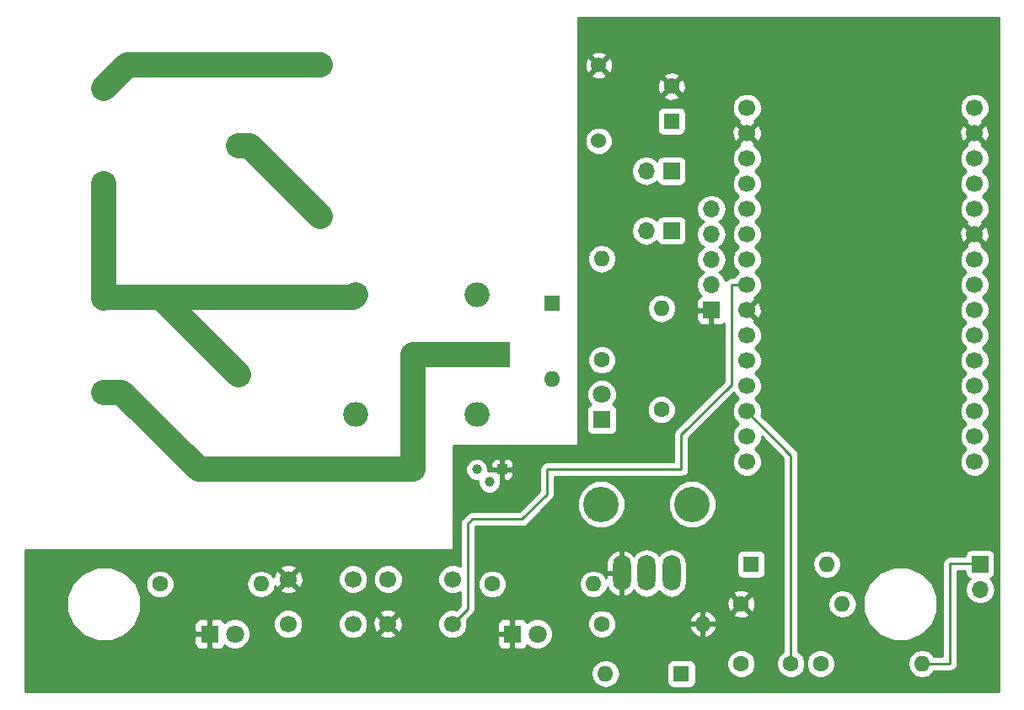
<source format=gbl>
G04 #@! TF.FileFunction,Copper,L2,Bot,Signal*
%FSLAX46Y46*%
G04 Gerber Fmt 4.6, Leading zero omitted, Abs format (unit mm)*
G04 Created by KiCad (PCBNEW 4.0.7-e2-6376~58~ubuntu16.04.1) date Mon Jan  1 21:06:32 2018*
%MOMM*%
%LPD*%
G01*
G04 APERTURE LIST*
%ADD10C,0.100000*%
%ADD11C,2.500000*%
%ADD12C,1.524000*%
%ADD13R,1.600000X1.600000*%
%ADD14O,1.600000X1.600000*%
%ADD15C,1.000000*%
%ADD16R,1.000000X1.000000*%
%ADD17R,1.800000X1.800000*%
%ADD18C,1.800000*%
%ADD19C,1.700000*%
%ADD20R,1.700000X1.700000*%
%ADD21O,1.700000X1.700000*%
%ADD22R,2.500000X2.500000*%
%ADD23O,2.500000X2.500000*%
%ADD24C,1.600000*%
%ADD25O,1.800000X3.600000*%
%ADD26C,3.556000*%
%ADD27C,2.500000*%
%ADD28C,0.250000*%
%ADD29C,1.270000*%
%ADD30C,0.254000*%
G04 APERTURE END LIST*
D10*
D11*
X128500000Y-48960000D03*
X128500000Y-71960000D03*
X136760000Y-40840000D03*
X136760000Y-56080000D03*
D12*
X164700000Y-40840000D03*
X164700000Y-48460000D03*
D13*
X160000000Y-64750000D03*
D14*
X160000000Y-72370000D03*
D15*
X153730000Y-82730000D03*
X152460000Y-81460000D03*
D16*
X155000000Y-81460000D03*
D17*
X125600000Y-98000000D03*
D18*
X128140000Y-98000000D03*
D19*
X133500000Y-92500000D03*
X140000000Y-92500000D03*
X133500000Y-97000000D03*
X140000000Y-97000000D03*
X143500000Y-92500000D03*
X150000000Y-92500000D03*
X143500000Y-97000000D03*
X150000000Y-97000000D03*
D20*
X203000000Y-91000000D03*
D21*
X203000000Y-93540000D03*
D22*
X154500000Y-69960000D03*
D23*
X152500000Y-63960000D03*
X140300000Y-63960000D03*
X140300000Y-75960000D03*
X152500000Y-75960000D03*
D19*
X202430000Y-80700000D03*
X202430000Y-78160000D03*
X202430000Y-75620000D03*
X202430000Y-73080000D03*
X202430000Y-70540000D03*
X202430000Y-68000000D03*
X202430000Y-65460000D03*
X202430000Y-62920000D03*
X202430000Y-60380000D03*
X202430000Y-57840000D03*
X202430000Y-55300000D03*
X202430000Y-52760000D03*
X202430000Y-50220000D03*
X202430000Y-47680000D03*
X202430000Y-45140000D03*
X179570000Y-80700000D03*
X179570000Y-78160000D03*
X179570000Y-75620000D03*
X179570000Y-73080000D03*
X179570000Y-70540000D03*
X179570000Y-68000000D03*
X179570000Y-65460000D03*
X179570000Y-62920000D03*
X179570000Y-60380000D03*
X179570000Y-57840000D03*
X179570000Y-55300000D03*
X179570000Y-52760000D03*
X179570000Y-50220000D03*
X179570000Y-47680000D03*
X179570000Y-45140000D03*
D13*
X173000000Y-102000000D03*
D14*
X165380000Y-102000000D03*
D13*
X180000000Y-91000000D03*
D14*
X187620000Y-91000000D03*
D17*
X156000000Y-98000000D03*
D18*
X158540000Y-98000000D03*
D17*
X165000000Y-76460000D03*
D18*
X165000000Y-73920000D03*
D20*
X176000000Y-65460000D03*
D21*
X176000000Y-62920000D03*
X176000000Y-60380000D03*
X176000000Y-57840000D03*
X176000000Y-55300000D03*
D24*
X179000000Y-95000000D03*
D14*
X189160000Y-95000000D03*
D24*
X165000000Y-70460000D03*
D14*
X165000000Y-60300000D03*
D24*
X165000000Y-97000000D03*
D14*
X175160000Y-97000000D03*
D24*
X154000000Y-93000000D03*
D14*
X164160000Y-93000000D03*
D24*
X120600000Y-93000000D03*
D14*
X130760000Y-93000000D03*
D25*
X167000000Y-91900000D03*
X172000000Y-91900000D03*
X169500000Y-91900000D03*
D26*
X174072000Y-84984000D03*
X164928000Y-84984000D03*
D24*
X184000000Y-101000000D03*
X179000000Y-101000000D03*
X187000000Y-101000000D03*
D14*
X197160000Y-101000000D03*
D20*
X172000000Y-51460000D03*
D21*
X169460000Y-51460000D03*
D20*
X172000000Y-57460000D03*
D21*
X169460000Y-57460000D03*
D11*
X115000000Y-73722500D03*
X115000000Y-64197500D03*
X115000000Y-43197500D03*
X115000000Y-52722500D03*
D13*
X172000000Y-46460000D03*
D24*
X172000000Y-42960000D03*
X171000000Y-75460000D03*
D14*
X171000000Y-65300000D03*
D27*
X136760000Y-40840000D02*
X117357500Y-40840000D01*
X117357500Y-40840000D02*
X115000000Y-43197500D01*
D28*
X179570000Y-62920000D02*
X178040000Y-62920000D01*
X151500000Y-95500000D02*
X150000000Y-97000000D01*
X151500000Y-86960000D02*
X151500000Y-95500000D01*
X152000000Y-86460000D02*
X151500000Y-86960000D01*
X157000000Y-86460000D02*
X152000000Y-86460000D01*
X159500000Y-83960000D02*
X157000000Y-86460000D01*
X159500000Y-81460000D02*
X159500000Y-83960000D01*
X173000000Y-81460000D02*
X159500000Y-81460000D01*
X173000000Y-77960000D02*
X173000000Y-81460000D01*
X178000000Y-72960000D02*
X173000000Y-77960000D01*
X178000000Y-62960000D02*
X178000000Y-72960000D01*
X178040000Y-62920000D02*
X178000000Y-62960000D01*
X184000000Y-101000000D02*
X184000000Y-80050000D01*
X184000000Y-80050000D02*
X179570000Y-75620000D01*
D27*
X154500000Y-69960000D02*
X146000000Y-69960000D01*
X116762500Y-73722500D02*
X115000000Y-73722500D01*
X124500000Y-81460000D02*
X116762500Y-73722500D01*
X146000000Y-81460000D02*
X124500000Y-81460000D01*
X146000000Y-69960000D02*
X146000000Y-81460000D01*
D28*
X200000000Y-90960000D02*
X202960000Y-90960000D01*
X202960000Y-90960000D02*
X203000000Y-91000000D01*
X197160000Y-101000000D02*
X200000000Y-101000000D01*
X200000000Y-101000000D02*
X200000000Y-90960000D01*
X200000000Y-90960000D02*
X200000000Y-91000000D01*
D27*
X129640000Y-48960000D02*
X136760000Y-56080000D01*
X128500000Y-48960000D02*
X129640000Y-48960000D01*
X140062500Y-64197500D02*
X140300000Y-63960000D01*
X115000000Y-64197500D02*
X140062500Y-64197500D01*
X120737500Y-64197500D02*
X128500000Y-71960000D01*
X115000000Y-64197500D02*
X120737500Y-64197500D01*
X115000000Y-64237500D02*
X115000000Y-52762500D01*
D29*
X115000000Y-64237500D02*
X114762500Y-64237500D01*
D30*
G36*
X204873000Y-103833000D02*
X107127000Y-103833000D01*
X107127000Y-102000000D01*
X163916887Y-102000000D01*
X164026120Y-102549151D01*
X164337189Y-103014698D01*
X164802736Y-103325767D01*
X165351887Y-103435000D01*
X165408113Y-103435000D01*
X165957264Y-103325767D01*
X166422811Y-103014698D01*
X166733880Y-102549151D01*
X166843113Y-102000000D01*
X166733880Y-101450849D01*
X166566268Y-101200000D01*
X171552560Y-101200000D01*
X171552560Y-102800000D01*
X171596838Y-103035317D01*
X171735910Y-103251441D01*
X171948110Y-103396431D01*
X172200000Y-103447440D01*
X173800000Y-103447440D01*
X174035317Y-103403162D01*
X174251441Y-103264090D01*
X174396431Y-103051890D01*
X174447440Y-102800000D01*
X174447440Y-101284187D01*
X177564752Y-101284187D01*
X177782757Y-101811800D01*
X178186077Y-102215824D01*
X178713309Y-102434750D01*
X179284187Y-102435248D01*
X179811800Y-102217243D01*
X180215824Y-101813923D01*
X180434750Y-101286691D01*
X180435248Y-100715813D01*
X180217243Y-100188200D01*
X179813923Y-99784176D01*
X179286691Y-99565250D01*
X178715813Y-99564752D01*
X178188200Y-99782757D01*
X177784176Y-100186077D01*
X177565250Y-100713309D01*
X177564752Y-101284187D01*
X174447440Y-101284187D01*
X174447440Y-101200000D01*
X174403162Y-100964683D01*
X174264090Y-100748559D01*
X174051890Y-100603569D01*
X173800000Y-100552560D01*
X172200000Y-100552560D01*
X171964683Y-100596838D01*
X171748559Y-100735910D01*
X171603569Y-100948110D01*
X171552560Y-101200000D01*
X166566268Y-101200000D01*
X166422811Y-100985302D01*
X165957264Y-100674233D01*
X165408113Y-100565000D01*
X165351887Y-100565000D01*
X164802736Y-100674233D01*
X164337189Y-100985302D01*
X164026120Y-101450849D01*
X163916887Y-102000000D01*
X107127000Y-102000000D01*
X107127000Y-95738094D01*
X111272355Y-95738094D01*
X111838561Y-97108418D01*
X112886068Y-98157754D01*
X114255402Y-98726351D01*
X115738094Y-98727645D01*
X116807562Y-98285750D01*
X124065000Y-98285750D01*
X124065000Y-99026310D01*
X124161673Y-99259699D01*
X124340302Y-99438327D01*
X124573691Y-99535000D01*
X125314250Y-99535000D01*
X125473000Y-99376250D01*
X125473000Y-98127000D01*
X124223750Y-98127000D01*
X124065000Y-98285750D01*
X116807562Y-98285750D01*
X117108418Y-98161439D01*
X118157754Y-97113932D01*
X118215987Y-96973690D01*
X124065000Y-96973690D01*
X124065000Y-97714250D01*
X124223750Y-97873000D01*
X125473000Y-97873000D01*
X125473000Y-96623750D01*
X125727000Y-96623750D01*
X125727000Y-97873000D01*
X125747000Y-97873000D01*
X125747000Y-98127000D01*
X125727000Y-98127000D01*
X125727000Y-99376250D01*
X125885750Y-99535000D01*
X126626309Y-99535000D01*
X126859698Y-99438327D01*
X127038327Y-99259699D01*
X127094119Y-99125006D01*
X127269357Y-99300551D01*
X127833330Y-99534733D01*
X128443991Y-99535265D01*
X129008371Y-99302068D01*
X129440551Y-98870643D01*
X129674733Y-98306670D01*
X129675265Y-97696009D01*
X129509196Y-97294089D01*
X132014743Y-97294089D01*
X132240344Y-97840086D01*
X132657717Y-98258188D01*
X133203319Y-98484742D01*
X133794089Y-98485257D01*
X134340086Y-98259656D01*
X134758188Y-97842283D01*
X134984742Y-97296681D01*
X134984744Y-97294089D01*
X138514743Y-97294089D01*
X138740344Y-97840086D01*
X139157717Y-98258188D01*
X139703319Y-98484742D01*
X140294089Y-98485257D01*
X140840086Y-98259656D01*
X141056160Y-98043958D01*
X142635647Y-98043958D01*
X142715920Y-98295259D01*
X143271279Y-98496718D01*
X143861458Y-98470315D01*
X144284080Y-98295259D01*
X144364353Y-98043958D01*
X143500000Y-97179605D01*
X142635647Y-98043958D01*
X141056160Y-98043958D01*
X141258188Y-97842283D01*
X141484742Y-97296681D01*
X141485200Y-96771279D01*
X142003282Y-96771279D01*
X142029685Y-97361458D01*
X142204741Y-97784080D01*
X142456042Y-97864353D01*
X143320395Y-97000000D01*
X143679605Y-97000000D01*
X144543958Y-97864353D01*
X144795259Y-97784080D01*
X144996718Y-97228721D01*
X144970315Y-96638542D01*
X144795259Y-96215920D01*
X144543958Y-96135647D01*
X143679605Y-97000000D01*
X143320395Y-97000000D01*
X142456042Y-96135647D01*
X142204741Y-96215920D01*
X142003282Y-96771279D01*
X141485200Y-96771279D01*
X141485257Y-96705911D01*
X141259656Y-96159914D01*
X141056140Y-95956042D01*
X142635647Y-95956042D01*
X143500000Y-96820395D01*
X144364353Y-95956042D01*
X144284080Y-95704741D01*
X143728721Y-95503282D01*
X143138542Y-95529685D01*
X142715920Y-95704741D01*
X142635647Y-95956042D01*
X141056140Y-95956042D01*
X140842283Y-95741812D01*
X140296681Y-95515258D01*
X139705911Y-95514743D01*
X139159914Y-95740344D01*
X138741812Y-96157717D01*
X138515258Y-96703319D01*
X138514743Y-97294089D01*
X134984744Y-97294089D01*
X134985257Y-96705911D01*
X134759656Y-96159914D01*
X134342283Y-95741812D01*
X133796681Y-95515258D01*
X133205911Y-95514743D01*
X132659914Y-95740344D01*
X132241812Y-96157717D01*
X132015258Y-96703319D01*
X132014743Y-97294089D01*
X129509196Y-97294089D01*
X129442068Y-97131629D01*
X129010643Y-96699449D01*
X128446670Y-96465267D01*
X127836009Y-96464735D01*
X127271629Y-96697932D01*
X127094159Y-96875092D01*
X127038327Y-96740301D01*
X126859698Y-96561673D01*
X126626309Y-96465000D01*
X125885750Y-96465000D01*
X125727000Y-96623750D01*
X125473000Y-96623750D01*
X125314250Y-96465000D01*
X124573691Y-96465000D01*
X124340302Y-96561673D01*
X124161673Y-96740301D01*
X124065000Y-96973690D01*
X118215987Y-96973690D01*
X118726351Y-95744598D01*
X118727645Y-94261906D01*
X118323660Y-93284187D01*
X119164752Y-93284187D01*
X119382757Y-93811800D01*
X119786077Y-94215824D01*
X120313309Y-94434750D01*
X120884187Y-94435248D01*
X121411800Y-94217243D01*
X121815824Y-93813923D01*
X122034750Y-93286691D01*
X122035000Y-93000000D01*
X129296887Y-93000000D01*
X129406120Y-93549151D01*
X129717189Y-94014698D01*
X130182736Y-94325767D01*
X130731887Y-94435000D01*
X130788113Y-94435000D01*
X131337264Y-94325767D01*
X131802811Y-94014698D01*
X132113880Y-93549151D01*
X132114912Y-93543958D01*
X132635647Y-93543958D01*
X132715920Y-93795259D01*
X133271279Y-93996718D01*
X133861458Y-93970315D01*
X134284080Y-93795259D01*
X134364353Y-93543958D01*
X133500000Y-92679605D01*
X132635647Y-93543958D01*
X132114912Y-93543958D01*
X132178978Y-93221882D01*
X132204741Y-93284080D01*
X132456042Y-93364353D01*
X133320395Y-92500000D01*
X133679605Y-92500000D01*
X134543958Y-93364353D01*
X134795259Y-93284080D01*
X134973005Y-92794089D01*
X138514743Y-92794089D01*
X138740344Y-93340086D01*
X139157717Y-93758188D01*
X139703319Y-93984742D01*
X140294089Y-93985257D01*
X140840086Y-93759656D01*
X141258188Y-93342283D01*
X141484742Y-92796681D01*
X141484744Y-92794089D01*
X142014743Y-92794089D01*
X142240344Y-93340086D01*
X142657717Y-93758188D01*
X143203319Y-93984742D01*
X143794089Y-93985257D01*
X144340086Y-93759656D01*
X144758188Y-93342283D01*
X144984742Y-92796681D01*
X144984744Y-92794089D01*
X148514743Y-92794089D01*
X148740344Y-93340086D01*
X149157717Y-93758188D01*
X149703319Y-93984742D01*
X150294089Y-93985257D01*
X150740000Y-93801011D01*
X150740000Y-95185198D01*
X150376709Y-95548489D01*
X150296681Y-95515258D01*
X149705911Y-95514743D01*
X149159914Y-95740344D01*
X148741812Y-96157717D01*
X148515258Y-96703319D01*
X148514743Y-97294089D01*
X148740344Y-97840086D01*
X149157717Y-98258188D01*
X149703319Y-98484742D01*
X150294089Y-98485257D01*
X150776933Y-98285750D01*
X154465000Y-98285750D01*
X154465000Y-99026310D01*
X154561673Y-99259699D01*
X154740302Y-99438327D01*
X154973691Y-99535000D01*
X155714250Y-99535000D01*
X155873000Y-99376250D01*
X155873000Y-98127000D01*
X154623750Y-98127000D01*
X154465000Y-98285750D01*
X150776933Y-98285750D01*
X150840086Y-98259656D01*
X151258188Y-97842283D01*
X151484742Y-97296681D01*
X151485023Y-96973690D01*
X154465000Y-96973690D01*
X154465000Y-97714250D01*
X154623750Y-97873000D01*
X155873000Y-97873000D01*
X155873000Y-96623750D01*
X156127000Y-96623750D01*
X156127000Y-97873000D01*
X156147000Y-97873000D01*
X156147000Y-98127000D01*
X156127000Y-98127000D01*
X156127000Y-99376250D01*
X156285750Y-99535000D01*
X157026309Y-99535000D01*
X157259698Y-99438327D01*
X157438327Y-99259699D01*
X157494119Y-99125006D01*
X157669357Y-99300551D01*
X158233330Y-99534733D01*
X158843991Y-99535265D01*
X159408371Y-99302068D01*
X159840551Y-98870643D01*
X160074733Y-98306670D01*
X160075265Y-97696009D01*
X159905104Y-97284187D01*
X163564752Y-97284187D01*
X163782757Y-97811800D01*
X164186077Y-98215824D01*
X164713309Y-98434750D01*
X165284187Y-98435248D01*
X165811800Y-98217243D01*
X166215824Y-97813923D01*
X166408860Y-97349039D01*
X173768096Y-97349039D01*
X173928959Y-97737423D01*
X174304866Y-98152389D01*
X174810959Y-98391914D01*
X175033000Y-98270629D01*
X175033000Y-97127000D01*
X175287000Y-97127000D01*
X175287000Y-98270629D01*
X175509041Y-98391914D01*
X176015134Y-98152389D01*
X176391041Y-97737423D01*
X176551904Y-97349039D01*
X176429915Y-97127000D01*
X175287000Y-97127000D01*
X175033000Y-97127000D01*
X173890085Y-97127000D01*
X173768096Y-97349039D01*
X166408860Y-97349039D01*
X166434750Y-97286691D01*
X166435248Y-96715813D01*
X166408452Y-96650961D01*
X173768096Y-96650961D01*
X173890085Y-96873000D01*
X175033000Y-96873000D01*
X175033000Y-95729371D01*
X175287000Y-95729371D01*
X175287000Y-96873000D01*
X176429915Y-96873000D01*
X176551904Y-96650961D01*
X176391041Y-96262577D01*
X176160196Y-96007745D01*
X178171861Y-96007745D01*
X178245995Y-96253864D01*
X178783223Y-96446965D01*
X179353454Y-96419778D01*
X179754005Y-96253864D01*
X179828139Y-96007745D01*
X179000000Y-95179605D01*
X178171861Y-96007745D01*
X176160196Y-96007745D01*
X176015134Y-95847611D01*
X175509041Y-95608086D01*
X175287000Y-95729371D01*
X175033000Y-95729371D01*
X174810959Y-95608086D01*
X174304866Y-95847611D01*
X173928959Y-96262577D01*
X173768096Y-96650961D01*
X166408452Y-96650961D01*
X166217243Y-96188200D01*
X165813923Y-95784176D01*
X165286691Y-95565250D01*
X164715813Y-95564752D01*
X164188200Y-95782757D01*
X163784176Y-96186077D01*
X163565250Y-96713309D01*
X163564752Y-97284187D01*
X159905104Y-97284187D01*
X159842068Y-97131629D01*
X159410643Y-96699449D01*
X158846670Y-96465267D01*
X158236009Y-96464735D01*
X157671629Y-96697932D01*
X157494159Y-96875092D01*
X157438327Y-96740301D01*
X157259698Y-96561673D01*
X157026309Y-96465000D01*
X156285750Y-96465000D01*
X156127000Y-96623750D01*
X155873000Y-96623750D01*
X155714250Y-96465000D01*
X154973691Y-96465000D01*
X154740302Y-96561673D01*
X154561673Y-96740301D01*
X154465000Y-96973690D01*
X151485023Y-96973690D01*
X151485257Y-96705911D01*
X151451234Y-96623568D01*
X152037401Y-96037401D01*
X152202148Y-95790840D01*
X152260000Y-95500000D01*
X152260000Y-94783223D01*
X177553035Y-94783223D01*
X177580222Y-95353454D01*
X177746136Y-95754005D01*
X177992255Y-95828139D01*
X178820395Y-95000000D01*
X179179605Y-95000000D01*
X180007745Y-95828139D01*
X180253864Y-95754005D01*
X180446965Y-95216777D01*
X180419778Y-94646546D01*
X180253864Y-94245995D01*
X180007745Y-94171861D01*
X179179605Y-95000000D01*
X178820395Y-95000000D01*
X177992255Y-94171861D01*
X177746136Y-94245995D01*
X177553035Y-94783223D01*
X152260000Y-94783223D01*
X152260000Y-93284187D01*
X152564752Y-93284187D01*
X152782757Y-93811800D01*
X153186077Y-94215824D01*
X153713309Y-94434750D01*
X154284187Y-94435248D01*
X154811800Y-94217243D01*
X155215824Y-93813923D01*
X155434750Y-93286691D01*
X155435000Y-93000000D01*
X162696887Y-93000000D01*
X162806120Y-93549151D01*
X163117189Y-94014698D01*
X163582736Y-94325767D01*
X164131887Y-94435000D01*
X164188113Y-94435000D01*
X164737264Y-94325767D01*
X165202811Y-94014698D01*
X165513880Y-93549151D01*
X165566872Y-93282745D01*
X165630446Y-93504752D01*
X166004394Y-93975212D01*
X166529914Y-94266756D01*
X166635260Y-94291036D01*
X166873000Y-94170378D01*
X166873000Y-92027000D01*
X165465000Y-92027000D01*
X165465000Y-92377695D01*
X165202811Y-91985302D01*
X164737264Y-91674233D01*
X164188113Y-91565000D01*
X164131887Y-91565000D01*
X163582736Y-91674233D01*
X163117189Y-91985302D01*
X162806120Y-92450849D01*
X162696887Y-93000000D01*
X155435000Y-93000000D01*
X155435248Y-92715813D01*
X155217243Y-92188200D01*
X154813923Y-91784176D01*
X154286691Y-91565250D01*
X153715813Y-91564752D01*
X153188200Y-91782757D01*
X152784176Y-92186077D01*
X152565250Y-92713309D01*
X152564752Y-93284187D01*
X152260000Y-93284187D01*
X152260000Y-90873000D01*
X165465000Y-90873000D01*
X165465000Y-91773000D01*
X166873000Y-91773000D01*
X166873000Y-89629622D01*
X167127000Y-89629622D01*
X167127000Y-91773000D01*
X167147000Y-91773000D01*
X167147000Y-92027000D01*
X167127000Y-92027000D01*
X167127000Y-94170378D01*
X167364740Y-94291036D01*
X167470086Y-94266756D01*
X167995606Y-93975212D01*
X168238520Y-93669604D01*
X168414591Y-93933113D01*
X168912581Y-94265859D01*
X169500000Y-94382704D01*
X170087419Y-94265859D01*
X170585409Y-93933113D01*
X170750000Y-93686785D01*
X170914591Y-93933113D01*
X171412581Y-94265859D01*
X172000000Y-94382704D01*
X172587419Y-94265859D01*
X172996896Y-93992255D01*
X178171861Y-93992255D01*
X179000000Y-94820395D01*
X179828139Y-93992255D01*
X179754005Y-93746136D01*
X179216777Y-93553035D01*
X178646546Y-93580222D01*
X178245995Y-93746136D01*
X178171861Y-93992255D01*
X172996896Y-93992255D01*
X173085409Y-93933113D01*
X173418155Y-93435123D01*
X173535000Y-92847704D01*
X173535000Y-90952296D01*
X173418155Y-90364877D01*
X173307988Y-90200000D01*
X178552560Y-90200000D01*
X178552560Y-91800000D01*
X178596838Y-92035317D01*
X178735910Y-92251441D01*
X178948110Y-92396431D01*
X179200000Y-92447440D01*
X180800000Y-92447440D01*
X181035317Y-92403162D01*
X181251441Y-92264090D01*
X181396431Y-92051890D01*
X181447440Y-91800000D01*
X181447440Y-90200000D01*
X181403162Y-89964683D01*
X181264090Y-89748559D01*
X181051890Y-89603569D01*
X180800000Y-89552560D01*
X179200000Y-89552560D01*
X178964683Y-89596838D01*
X178748559Y-89735910D01*
X178603569Y-89948110D01*
X178552560Y-90200000D01*
X173307988Y-90200000D01*
X173085409Y-89866887D01*
X172587419Y-89534141D01*
X172000000Y-89417296D01*
X171412581Y-89534141D01*
X170914591Y-89866887D01*
X170750000Y-90113215D01*
X170585409Y-89866887D01*
X170087419Y-89534141D01*
X169500000Y-89417296D01*
X168912581Y-89534141D01*
X168414591Y-89866887D01*
X168238520Y-90130396D01*
X167995606Y-89824788D01*
X167470086Y-89533244D01*
X167364740Y-89508964D01*
X167127000Y-89629622D01*
X166873000Y-89629622D01*
X166635260Y-89508964D01*
X166529914Y-89533244D01*
X166004394Y-89824788D01*
X165630446Y-90295248D01*
X165465000Y-90873000D01*
X152260000Y-90873000D01*
X152260000Y-87274802D01*
X152314802Y-87220000D01*
X157000000Y-87220000D01*
X157290839Y-87162148D01*
X157537401Y-86997401D01*
X159072932Y-85461870D01*
X162514583Y-85461870D01*
X162881166Y-86349069D01*
X163559361Y-87028449D01*
X164445919Y-87396580D01*
X165405870Y-87397417D01*
X166293069Y-87030834D01*
X166972449Y-86352639D01*
X167340580Y-85466081D01*
X167340583Y-85461870D01*
X171658583Y-85461870D01*
X172025166Y-86349069D01*
X172703361Y-87028449D01*
X173589919Y-87396580D01*
X174549870Y-87397417D01*
X175437069Y-87030834D01*
X176116449Y-86352639D01*
X176484580Y-85466081D01*
X176485417Y-84506130D01*
X176118834Y-83618931D01*
X175440639Y-82939551D01*
X174554081Y-82571420D01*
X173594130Y-82570583D01*
X172706931Y-82937166D01*
X172027551Y-83615361D01*
X171659420Y-84501919D01*
X171658583Y-85461870D01*
X167340583Y-85461870D01*
X167341417Y-84506130D01*
X166974834Y-83618931D01*
X166296639Y-82939551D01*
X165410081Y-82571420D01*
X164450130Y-82570583D01*
X163562931Y-82937166D01*
X162883551Y-83615361D01*
X162515420Y-84501919D01*
X162514583Y-85461870D01*
X159072932Y-85461870D01*
X160037401Y-84497401D01*
X160202148Y-84250839D01*
X160260000Y-83960000D01*
X160260000Y-82220000D01*
X173000000Y-82220000D01*
X173290839Y-82162148D01*
X173537401Y-81997401D01*
X173702148Y-81750839D01*
X173760000Y-81460000D01*
X173760000Y-78274802D01*
X178253146Y-73781656D01*
X178310344Y-73920086D01*
X178727717Y-74338188D01*
X178755557Y-74349748D01*
X178729914Y-74360344D01*
X178311812Y-74777717D01*
X178085258Y-75323319D01*
X178084743Y-75914089D01*
X178310344Y-76460086D01*
X178727717Y-76878188D01*
X178755557Y-76889748D01*
X178729914Y-76900344D01*
X178311812Y-77317717D01*
X178085258Y-77863319D01*
X178084743Y-78454089D01*
X178310344Y-79000086D01*
X178727717Y-79418188D01*
X178755557Y-79429748D01*
X178729914Y-79440344D01*
X178311812Y-79857717D01*
X178085258Y-80403319D01*
X178084743Y-80994089D01*
X178310344Y-81540086D01*
X178727717Y-81958188D01*
X179273319Y-82184742D01*
X179864089Y-82185257D01*
X180410086Y-81959656D01*
X180828188Y-81542283D01*
X181054742Y-80996681D01*
X181055257Y-80405911D01*
X180829656Y-79859914D01*
X180412283Y-79441812D01*
X180384443Y-79430252D01*
X180410086Y-79419656D01*
X180828188Y-79002283D01*
X181054742Y-78456681D01*
X181054983Y-78179785D01*
X183240000Y-80364802D01*
X183240000Y-99761354D01*
X183188200Y-99782757D01*
X182784176Y-100186077D01*
X182565250Y-100713309D01*
X182564752Y-101284187D01*
X182782757Y-101811800D01*
X183186077Y-102215824D01*
X183713309Y-102434750D01*
X184284187Y-102435248D01*
X184811800Y-102217243D01*
X185215824Y-101813923D01*
X185434750Y-101286691D01*
X185434752Y-101284187D01*
X185564752Y-101284187D01*
X185782757Y-101811800D01*
X186186077Y-102215824D01*
X186713309Y-102434750D01*
X187284187Y-102435248D01*
X187811800Y-102217243D01*
X188215824Y-101813923D01*
X188434750Y-101286691D01*
X188435000Y-101000000D01*
X195696887Y-101000000D01*
X195806120Y-101549151D01*
X196117189Y-102014698D01*
X196582736Y-102325767D01*
X197131887Y-102435000D01*
X197188113Y-102435000D01*
X197737264Y-102325767D01*
X198202811Y-102014698D01*
X198372995Y-101760000D01*
X200000000Y-101760000D01*
X200290839Y-101702148D01*
X200537401Y-101537401D01*
X200702148Y-101290839D01*
X200760000Y-101000000D01*
X200760000Y-91720000D01*
X201502560Y-91720000D01*
X201502560Y-91850000D01*
X201546838Y-92085317D01*
X201685910Y-92301441D01*
X201898110Y-92446431D01*
X201965541Y-92460086D01*
X201920853Y-92489946D01*
X201598946Y-92971715D01*
X201485907Y-93540000D01*
X201598946Y-94108285D01*
X201920853Y-94590054D01*
X202402622Y-94911961D01*
X202970907Y-95025000D01*
X203029093Y-95025000D01*
X203597378Y-94911961D01*
X204079147Y-94590054D01*
X204401054Y-94108285D01*
X204514093Y-93540000D01*
X204401054Y-92971715D01*
X204079147Y-92489946D01*
X204037548Y-92462150D01*
X204085317Y-92453162D01*
X204301441Y-92314090D01*
X204446431Y-92101890D01*
X204497440Y-91850000D01*
X204497440Y-90150000D01*
X204453162Y-89914683D01*
X204314090Y-89698559D01*
X204101890Y-89553569D01*
X203850000Y-89502560D01*
X202150000Y-89502560D01*
X201914683Y-89546838D01*
X201698559Y-89685910D01*
X201553569Y-89898110D01*
X201502560Y-90150000D01*
X201502560Y-90200000D01*
X200000000Y-90200000D01*
X199709161Y-90257852D01*
X199462599Y-90422599D01*
X199297852Y-90669161D01*
X199240000Y-90960000D01*
X199240000Y-100240000D01*
X198372995Y-100240000D01*
X198202811Y-99985302D01*
X197737264Y-99674233D01*
X197188113Y-99565000D01*
X197131887Y-99565000D01*
X196582736Y-99674233D01*
X196117189Y-99985302D01*
X195806120Y-100450849D01*
X195696887Y-101000000D01*
X188435000Y-101000000D01*
X188435248Y-100715813D01*
X188217243Y-100188200D01*
X187813923Y-99784176D01*
X187286691Y-99565250D01*
X186715813Y-99564752D01*
X186188200Y-99782757D01*
X185784176Y-100186077D01*
X185565250Y-100713309D01*
X185564752Y-101284187D01*
X185434752Y-101284187D01*
X185435248Y-100715813D01*
X185217243Y-100188200D01*
X184813923Y-99784176D01*
X184760000Y-99761785D01*
X184760000Y-95000000D01*
X187696887Y-95000000D01*
X187806120Y-95549151D01*
X188117189Y-96014698D01*
X188582736Y-96325767D01*
X189131887Y-96435000D01*
X189188113Y-96435000D01*
X189737264Y-96325767D01*
X190202811Y-96014698D01*
X190387632Y-95738094D01*
X191272355Y-95738094D01*
X191838561Y-97108418D01*
X192886068Y-98157754D01*
X194255402Y-98726351D01*
X195738094Y-98727645D01*
X197108418Y-98161439D01*
X198157754Y-97113932D01*
X198726351Y-95744598D01*
X198727645Y-94261906D01*
X198161439Y-92891582D01*
X197113932Y-91842246D01*
X195744598Y-91273649D01*
X194261906Y-91272355D01*
X192891582Y-91838561D01*
X191842246Y-92886068D01*
X191273649Y-94255402D01*
X191272355Y-95738094D01*
X190387632Y-95738094D01*
X190513880Y-95549151D01*
X190623113Y-95000000D01*
X190513880Y-94450849D01*
X190202811Y-93985302D01*
X189737264Y-93674233D01*
X189188113Y-93565000D01*
X189131887Y-93565000D01*
X188582736Y-93674233D01*
X188117189Y-93985302D01*
X187806120Y-94450849D01*
X187696887Y-95000000D01*
X184760000Y-95000000D01*
X184760000Y-91000000D01*
X186156887Y-91000000D01*
X186266120Y-91549151D01*
X186577189Y-92014698D01*
X187042736Y-92325767D01*
X187591887Y-92435000D01*
X187648113Y-92435000D01*
X188197264Y-92325767D01*
X188662811Y-92014698D01*
X188973880Y-91549151D01*
X189083113Y-91000000D01*
X188973880Y-90450849D01*
X188662811Y-89985302D01*
X188197264Y-89674233D01*
X187648113Y-89565000D01*
X187591887Y-89565000D01*
X187042736Y-89674233D01*
X186577189Y-89985302D01*
X186266120Y-90450849D01*
X186156887Y-91000000D01*
X184760000Y-91000000D01*
X184760000Y-80050000D01*
X184702148Y-79759161D01*
X184537401Y-79512599D01*
X181021511Y-75996709D01*
X181054742Y-75916681D01*
X181055257Y-75325911D01*
X180829656Y-74779914D01*
X180412283Y-74361812D01*
X180384443Y-74350252D01*
X180410086Y-74339656D01*
X180828188Y-73922283D01*
X181054742Y-73376681D01*
X181055257Y-72785911D01*
X180829656Y-72239914D01*
X180412283Y-71821812D01*
X180384443Y-71810252D01*
X180410086Y-71799656D01*
X180828188Y-71382283D01*
X181054742Y-70836681D01*
X181055257Y-70245911D01*
X180829656Y-69699914D01*
X180412283Y-69281812D01*
X180384443Y-69270252D01*
X180410086Y-69259656D01*
X180828188Y-68842283D01*
X181054742Y-68296681D01*
X181055257Y-67705911D01*
X180829656Y-67159914D01*
X180412283Y-66741812D01*
X180364688Y-66722049D01*
X180434353Y-66503958D01*
X179570000Y-65639605D01*
X179555858Y-65653748D01*
X179376253Y-65474143D01*
X179390395Y-65460000D01*
X179749605Y-65460000D01*
X180613958Y-66324353D01*
X180865259Y-66244080D01*
X181066718Y-65688721D01*
X181040315Y-65098542D01*
X180865259Y-64675920D01*
X180613958Y-64595647D01*
X179749605Y-65460000D01*
X179390395Y-65460000D01*
X179376253Y-65445858D01*
X179555858Y-65266253D01*
X179570000Y-65280395D01*
X180434353Y-64416042D01*
X180364819Y-64198360D01*
X180410086Y-64179656D01*
X180828188Y-63762283D01*
X181054742Y-63216681D01*
X181055257Y-62625911D01*
X180829656Y-62079914D01*
X180412283Y-61661812D01*
X180384443Y-61650252D01*
X180410086Y-61639656D01*
X180828188Y-61222283D01*
X181054742Y-60676681D01*
X181054744Y-60674089D01*
X200944743Y-60674089D01*
X201170344Y-61220086D01*
X201587717Y-61638188D01*
X201615557Y-61649748D01*
X201589914Y-61660344D01*
X201171812Y-62077717D01*
X200945258Y-62623319D01*
X200944743Y-63214089D01*
X201170344Y-63760086D01*
X201587717Y-64178188D01*
X201615557Y-64189748D01*
X201589914Y-64200344D01*
X201171812Y-64617717D01*
X200945258Y-65163319D01*
X200944743Y-65754089D01*
X201170344Y-66300086D01*
X201587717Y-66718188D01*
X201615557Y-66729748D01*
X201589914Y-66740344D01*
X201171812Y-67157717D01*
X200945258Y-67703319D01*
X200944743Y-68294089D01*
X201170344Y-68840086D01*
X201587717Y-69258188D01*
X201615557Y-69269748D01*
X201589914Y-69280344D01*
X201171812Y-69697717D01*
X200945258Y-70243319D01*
X200944743Y-70834089D01*
X201170344Y-71380086D01*
X201587717Y-71798188D01*
X201615557Y-71809748D01*
X201589914Y-71820344D01*
X201171812Y-72237717D01*
X200945258Y-72783319D01*
X200944743Y-73374089D01*
X201170344Y-73920086D01*
X201587717Y-74338188D01*
X201615557Y-74349748D01*
X201589914Y-74360344D01*
X201171812Y-74777717D01*
X200945258Y-75323319D01*
X200944743Y-75914089D01*
X201170344Y-76460086D01*
X201587717Y-76878188D01*
X201615557Y-76889748D01*
X201589914Y-76900344D01*
X201171812Y-77317717D01*
X200945258Y-77863319D01*
X200944743Y-78454089D01*
X201170344Y-79000086D01*
X201587717Y-79418188D01*
X201615557Y-79429748D01*
X201589914Y-79440344D01*
X201171812Y-79857717D01*
X200945258Y-80403319D01*
X200944743Y-80994089D01*
X201170344Y-81540086D01*
X201587717Y-81958188D01*
X202133319Y-82184742D01*
X202724089Y-82185257D01*
X203270086Y-81959656D01*
X203688188Y-81542283D01*
X203914742Y-80996681D01*
X203915257Y-80405911D01*
X203689656Y-79859914D01*
X203272283Y-79441812D01*
X203244443Y-79430252D01*
X203270086Y-79419656D01*
X203688188Y-79002283D01*
X203914742Y-78456681D01*
X203915257Y-77865911D01*
X203689656Y-77319914D01*
X203272283Y-76901812D01*
X203244443Y-76890252D01*
X203270086Y-76879656D01*
X203688188Y-76462283D01*
X203914742Y-75916681D01*
X203915257Y-75325911D01*
X203689656Y-74779914D01*
X203272283Y-74361812D01*
X203244443Y-74350252D01*
X203270086Y-74339656D01*
X203688188Y-73922283D01*
X203914742Y-73376681D01*
X203915257Y-72785911D01*
X203689656Y-72239914D01*
X203272283Y-71821812D01*
X203244443Y-71810252D01*
X203270086Y-71799656D01*
X203688188Y-71382283D01*
X203914742Y-70836681D01*
X203915257Y-70245911D01*
X203689656Y-69699914D01*
X203272283Y-69281812D01*
X203244443Y-69270252D01*
X203270086Y-69259656D01*
X203688188Y-68842283D01*
X203914742Y-68296681D01*
X203915257Y-67705911D01*
X203689656Y-67159914D01*
X203272283Y-66741812D01*
X203244443Y-66730252D01*
X203270086Y-66719656D01*
X203688188Y-66302283D01*
X203914742Y-65756681D01*
X203915257Y-65165911D01*
X203689656Y-64619914D01*
X203272283Y-64201812D01*
X203244443Y-64190252D01*
X203270086Y-64179656D01*
X203688188Y-63762283D01*
X203914742Y-63216681D01*
X203915257Y-62625911D01*
X203689656Y-62079914D01*
X203272283Y-61661812D01*
X203244443Y-61650252D01*
X203270086Y-61639656D01*
X203688188Y-61222283D01*
X203914742Y-60676681D01*
X203915257Y-60085911D01*
X203689656Y-59539914D01*
X203272283Y-59121812D01*
X203224688Y-59102049D01*
X203294353Y-58883958D01*
X202430000Y-58019605D01*
X201565647Y-58883958D01*
X201635181Y-59101640D01*
X201589914Y-59120344D01*
X201171812Y-59537717D01*
X200945258Y-60083319D01*
X200944743Y-60674089D01*
X181054744Y-60674089D01*
X181055257Y-60085911D01*
X180829656Y-59539914D01*
X180412283Y-59121812D01*
X180384443Y-59110252D01*
X180410086Y-59099656D01*
X180828188Y-58682283D01*
X181054742Y-58136681D01*
X181055200Y-57611279D01*
X200933282Y-57611279D01*
X200959685Y-58201458D01*
X201134741Y-58624080D01*
X201386042Y-58704353D01*
X202250395Y-57840000D01*
X202609605Y-57840000D01*
X203473958Y-58704353D01*
X203725259Y-58624080D01*
X203926718Y-58068721D01*
X203900315Y-57478542D01*
X203725259Y-57055920D01*
X203473958Y-56975647D01*
X202609605Y-57840000D01*
X202250395Y-57840000D01*
X201386042Y-56975647D01*
X201134741Y-57055920D01*
X200933282Y-57611279D01*
X181055200Y-57611279D01*
X181055257Y-57545911D01*
X180829656Y-56999914D01*
X180412283Y-56581812D01*
X180384443Y-56570252D01*
X180410086Y-56559656D01*
X180828188Y-56142283D01*
X181054742Y-55596681D01*
X181055257Y-55005911D01*
X180829656Y-54459914D01*
X180412283Y-54041812D01*
X180384443Y-54030252D01*
X180410086Y-54019656D01*
X180828188Y-53602283D01*
X181054742Y-53056681D01*
X181055257Y-52465911D01*
X180829656Y-51919914D01*
X180412283Y-51501812D01*
X180384443Y-51490252D01*
X180410086Y-51479656D01*
X180828188Y-51062283D01*
X181054742Y-50516681D01*
X181054744Y-50514089D01*
X200944743Y-50514089D01*
X201170344Y-51060086D01*
X201587717Y-51478188D01*
X201615557Y-51489748D01*
X201589914Y-51500344D01*
X201171812Y-51917717D01*
X200945258Y-52463319D01*
X200944743Y-53054089D01*
X201170344Y-53600086D01*
X201587717Y-54018188D01*
X201615557Y-54029748D01*
X201589914Y-54040344D01*
X201171812Y-54457717D01*
X200945258Y-55003319D01*
X200944743Y-55594089D01*
X201170344Y-56140086D01*
X201587717Y-56558188D01*
X201635312Y-56577951D01*
X201565647Y-56796042D01*
X202430000Y-57660395D01*
X203294353Y-56796042D01*
X203224819Y-56578360D01*
X203270086Y-56559656D01*
X203688188Y-56142283D01*
X203914742Y-55596681D01*
X203915257Y-55005911D01*
X203689656Y-54459914D01*
X203272283Y-54041812D01*
X203244443Y-54030252D01*
X203270086Y-54019656D01*
X203688188Y-53602283D01*
X203914742Y-53056681D01*
X203915257Y-52465911D01*
X203689656Y-51919914D01*
X203272283Y-51501812D01*
X203244443Y-51490252D01*
X203270086Y-51479656D01*
X203688188Y-51062283D01*
X203914742Y-50516681D01*
X203915257Y-49925911D01*
X203689656Y-49379914D01*
X203272283Y-48961812D01*
X203224688Y-48942049D01*
X203294353Y-48723958D01*
X202430000Y-47859605D01*
X201565647Y-48723958D01*
X201635181Y-48941640D01*
X201589914Y-48960344D01*
X201171812Y-49377717D01*
X200945258Y-49923319D01*
X200944743Y-50514089D01*
X181054744Y-50514089D01*
X181055257Y-49925911D01*
X180829656Y-49379914D01*
X180412283Y-48961812D01*
X180364688Y-48942049D01*
X180434353Y-48723958D01*
X179570000Y-47859605D01*
X178705647Y-48723958D01*
X178775181Y-48941640D01*
X178729914Y-48960344D01*
X178311812Y-49377717D01*
X178085258Y-49923319D01*
X178084743Y-50514089D01*
X178310344Y-51060086D01*
X178727717Y-51478188D01*
X178755557Y-51489748D01*
X178729914Y-51500344D01*
X178311812Y-51917717D01*
X178085258Y-52463319D01*
X178084743Y-53054089D01*
X178310344Y-53600086D01*
X178727717Y-54018188D01*
X178755557Y-54029748D01*
X178729914Y-54040344D01*
X178311812Y-54457717D01*
X178085258Y-55003319D01*
X178084743Y-55594089D01*
X178310344Y-56140086D01*
X178727717Y-56558188D01*
X178755557Y-56569748D01*
X178729914Y-56580344D01*
X178311812Y-56997717D01*
X178085258Y-57543319D01*
X178084743Y-58134089D01*
X178310344Y-58680086D01*
X178727717Y-59098188D01*
X178755557Y-59109748D01*
X178729914Y-59120344D01*
X178311812Y-59537717D01*
X178085258Y-60083319D01*
X178084743Y-60674089D01*
X178310344Y-61220086D01*
X178727717Y-61638188D01*
X178755557Y-61649748D01*
X178729914Y-61660344D01*
X178311812Y-62077717D01*
X178277645Y-62160000D01*
X178040000Y-62160000D01*
X177749161Y-62217852D01*
X177502599Y-62382599D01*
X177462599Y-62422599D01*
X177426038Y-62477317D01*
X177401054Y-62351715D01*
X177079147Y-61869946D01*
X176749974Y-61650000D01*
X177079147Y-61430054D01*
X177401054Y-60948285D01*
X177514093Y-60380000D01*
X177401054Y-59811715D01*
X177079147Y-59329946D01*
X176749974Y-59110000D01*
X177079147Y-58890054D01*
X177401054Y-58408285D01*
X177514093Y-57840000D01*
X177401054Y-57271715D01*
X177079147Y-56789946D01*
X176749974Y-56570000D01*
X177079147Y-56350054D01*
X177401054Y-55868285D01*
X177514093Y-55300000D01*
X177401054Y-54731715D01*
X177079147Y-54249946D01*
X176597378Y-53928039D01*
X176029093Y-53815000D01*
X175970907Y-53815000D01*
X175402622Y-53928039D01*
X174920853Y-54249946D01*
X174598946Y-54731715D01*
X174485907Y-55300000D01*
X174598946Y-55868285D01*
X174920853Y-56350054D01*
X175250026Y-56570000D01*
X174920853Y-56789946D01*
X174598946Y-57271715D01*
X174485907Y-57840000D01*
X174598946Y-58408285D01*
X174920853Y-58890054D01*
X175250026Y-59110000D01*
X174920853Y-59329946D01*
X174598946Y-59811715D01*
X174485907Y-60380000D01*
X174598946Y-60948285D01*
X174920853Y-61430054D01*
X175250026Y-61650000D01*
X174920853Y-61869946D01*
X174598946Y-62351715D01*
X174485907Y-62920000D01*
X174598946Y-63488285D01*
X174920853Y-63970054D01*
X174964777Y-63999403D01*
X174790302Y-64071673D01*
X174611673Y-64250301D01*
X174515000Y-64483690D01*
X174515000Y-65174250D01*
X174673750Y-65333000D01*
X175873000Y-65333000D01*
X175873000Y-65313000D01*
X176127000Y-65313000D01*
X176127000Y-65333000D01*
X176147000Y-65333000D01*
X176147000Y-65587000D01*
X176127000Y-65587000D01*
X176127000Y-66786250D01*
X176285750Y-66945000D01*
X176976309Y-66945000D01*
X177209698Y-66848327D01*
X177240000Y-66818025D01*
X177240000Y-72645198D01*
X172462599Y-77422599D01*
X172297852Y-77669161D01*
X172240000Y-77960000D01*
X172240000Y-80700000D01*
X159500000Y-80700000D01*
X159209161Y-80757852D01*
X158962599Y-80922599D01*
X158797852Y-81169161D01*
X158740000Y-81460000D01*
X158740000Y-83645198D01*
X156685198Y-85700000D01*
X152000000Y-85700000D01*
X151709161Y-85757852D01*
X151462599Y-85922599D01*
X150962599Y-86422599D01*
X150797852Y-86669161D01*
X150740000Y-86960000D01*
X150740000Y-91199340D01*
X150296681Y-91015258D01*
X149705911Y-91014743D01*
X149159914Y-91240344D01*
X148741812Y-91657717D01*
X148515258Y-92203319D01*
X148514743Y-92794089D01*
X144984744Y-92794089D01*
X144985257Y-92205911D01*
X144759656Y-91659914D01*
X144342283Y-91241812D01*
X143796681Y-91015258D01*
X143205911Y-91014743D01*
X142659914Y-91240344D01*
X142241812Y-91657717D01*
X142015258Y-92203319D01*
X142014743Y-92794089D01*
X141484744Y-92794089D01*
X141485257Y-92205911D01*
X141259656Y-91659914D01*
X140842283Y-91241812D01*
X140296681Y-91015258D01*
X139705911Y-91014743D01*
X139159914Y-91240344D01*
X138741812Y-91657717D01*
X138515258Y-92203319D01*
X138514743Y-92794089D01*
X134973005Y-92794089D01*
X134996718Y-92728721D01*
X134970315Y-92138542D01*
X134795259Y-91715920D01*
X134543958Y-91635647D01*
X133679605Y-92500000D01*
X133320395Y-92500000D01*
X132456042Y-91635647D01*
X132204741Y-91715920D01*
X132003282Y-92271279D01*
X132003956Y-92286336D01*
X131802811Y-91985302D01*
X131337264Y-91674233D01*
X130788113Y-91565000D01*
X130731887Y-91565000D01*
X130182736Y-91674233D01*
X129717189Y-91985302D01*
X129406120Y-92450849D01*
X129296887Y-93000000D01*
X122035000Y-93000000D01*
X122035248Y-92715813D01*
X121817243Y-92188200D01*
X121413923Y-91784176D01*
X120886691Y-91565250D01*
X120315813Y-91564752D01*
X119788200Y-91782757D01*
X119384176Y-92186077D01*
X119165250Y-92713309D01*
X119164752Y-93284187D01*
X118323660Y-93284187D01*
X118161439Y-92891582D01*
X117113932Y-91842246D01*
X116183850Y-91456042D01*
X132635647Y-91456042D01*
X133500000Y-92320395D01*
X134364353Y-91456042D01*
X134284080Y-91204741D01*
X133728721Y-91003282D01*
X133138542Y-91029685D01*
X132715920Y-91204741D01*
X132635647Y-91456042D01*
X116183850Y-91456042D01*
X115744598Y-91273649D01*
X114261906Y-91272355D01*
X112891582Y-91838561D01*
X111842246Y-92886068D01*
X111273649Y-94255402D01*
X111272355Y-95738094D01*
X107127000Y-95738094D01*
X107127000Y-89587000D01*
X150000000Y-89587000D01*
X150049410Y-89576994D01*
X150091035Y-89548553D01*
X150118315Y-89506159D01*
X150127000Y-89460000D01*
X150127000Y-81684775D01*
X151324803Y-81684775D01*
X151497233Y-82102086D01*
X151816235Y-82421645D01*
X152233244Y-82594803D01*
X152595117Y-82595119D01*
X152594803Y-82954775D01*
X152767233Y-83372086D01*
X153086235Y-83691645D01*
X153503244Y-83864803D01*
X153954775Y-83865197D01*
X154372086Y-83692767D01*
X154691645Y-83373765D01*
X154864803Y-82956756D01*
X154865197Y-82505225D01*
X154847311Y-82461939D01*
X154873000Y-82436250D01*
X154873000Y-81587000D01*
X155127000Y-81587000D01*
X155127000Y-82436250D01*
X155285750Y-82595000D01*
X155626310Y-82595000D01*
X155859699Y-82498327D01*
X156038327Y-82319698D01*
X156135000Y-82086309D01*
X156135000Y-81745750D01*
X155976250Y-81587000D01*
X155127000Y-81587000D01*
X154873000Y-81587000D01*
X154023750Y-81587000D01*
X153998302Y-81612448D01*
X153956756Y-81595197D01*
X153594883Y-81594881D01*
X153595197Y-81235225D01*
X153429286Y-80833691D01*
X153865000Y-80833691D01*
X153865000Y-81174250D01*
X154023750Y-81333000D01*
X154873000Y-81333000D01*
X154873000Y-80483750D01*
X155127000Y-80483750D01*
X155127000Y-81333000D01*
X155976250Y-81333000D01*
X156135000Y-81174250D01*
X156135000Y-80833691D01*
X156038327Y-80600302D01*
X155859699Y-80421673D01*
X155626310Y-80325000D01*
X155285750Y-80325000D01*
X155127000Y-80483750D01*
X154873000Y-80483750D01*
X154714250Y-80325000D01*
X154373690Y-80325000D01*
X154140301Y-80421673D01*
X153961673Y-80600302D01*
X153865000Y-80833691D01*
X153429286Y-80833691D01*
X153422767Y-80817914D01*
X153103765Y-80498355D01*
X152686756Y-80325197D01*
X152235225Y-80324803D01*
X151817914Y-80497233D01*
X151498355Y-80816235D01*
X151325197Y-81233244D01*
X151324803Y-81684775D01*
X150127000Y-81684775D01*
X150127000Y-79087000D01*
X162500000Y-79087000D01*
X162549410Y-79076994D01*
X162591035Y-79048553D01*
X162618315Y-79006159D01*
X162627000Y-78960000D01*
X162627000Y-75560000D01*
X163452560Y-75560000D01*
X163452560Y-77360000D01*
X163496838Y-77595317D01*
X163635910Y-77811441D01*
X163848110Y-77956431D01*
X164100000Y-78007440D01*
X165900000Y-78007440D01*
X166135317Y-77963162D01*
X166351441Y-77824090D01*
X166496431Y-77611890D01*
X166547440Y-77360000D01*
X166547440Y-75744187D01*
X169564752Y-75744187D01*
X169782757Y-76271800D01*
X170186077Y-76675824D01*
X170713309Y-76894750D01*
X171284187Y-76895248D01*
X171811800Y-76677243D01*
X172215824Y-76273923D01*
X172434750Y-75746691D01*
X172435248Y-75175813D01*
X172217243Y-74648200D01*
X171813923Y-74244176D01*
X171286691Y-74025250D01*
X170715813Y-74024752D01*
X170188200Y-74242757D01*
X169784176Y-74646077D01*
X169565250Y-75173309D01*
X169564752Y-75744187D01*
X166547440Y-75744187D01*
X166547440Y-75560000D01*
X166503162Y-75324683D01*
X166364090Y-75108559D01*
X166151890Y-74963569D01*
X166131466Y-74959433D01*
X166300551Y-74790643D01*
X166534733Y-74226670D01*
X166535265Y-73616009D01*
X166302068Y-73051629D01*
X165870643Y-72619449D01*
X165306670Y-72385267D01*
X164696009Y-72384735D01*
X164131629Y-72617932D01*
X163699449Y-73049357D01*
X163465267Y-73613330D01*
X163464735Y-74223991D01*
X163697932Y-74788371D01*
X163865880Y-74956613D01*
X163864683Y-74956838D01*
X163648559Y-75095910D01*
X163503569Y-75308110D01*
X163452560Y-75560000D01*
X162627000Y-75560000D01*
X162627000Y-70744187D01*
X163564752Y-70744187D01*
X163782757Y-71271800D01*
X164186077Y-71675824D01*
X164713309Y-71894750D01*
X165284187Y-71895248D01*
X165811800Y-71677243D01*
X166215824Y-71273923D01*
X166434750Y-70746691D01*
X166435248Y-70175813D01*
X166217243Y-69648200D01*
X165813923Y-69244176D01*
X165286691Y-69025250D01*
X164715813Y-69024752D01*
X164188200Y-69242757D01*
X163784176Y-69646077D01*
X163565250Y-70173309D01*
X163564752Y-70744187D01*
X162627000Y-70744187D01*
X162627000Y-65271887D01*
X169565000Y-65271887D01*
X169565000Y-65328113D01*
X169674233Y-65877264D01*
X169985302Y-66342811D01*
X170450849Y-66653880D01*
X171000000Y-66763113D01*
X171549151Y-66653880D01*
X172014698Y-66342811D01*
X172325767Y-65877264D01*
X172351926Y-65745750D01*
X174515000Y-65745750D01*
X174515000Y-66436310D01*
X174611673Y-66669699D01*
X174790302Y-66848327D01*
X175023691Y-66945000D01*
X175714250Y-66945000D01*
X175873000Y-66786250D01*
X175873000Y-65587000D01*
X174673750Y-65587000D01*
X174515000Y-65745750D01*
X172351926Y-65745750D01*
X172435000Y-65328113D01*
X172435000Y-65271887D01*
X172325767Y-64722736D01*
X172014698Y-64257189D01*
X171549151Y-63946120D01*
X171000000Y-63836887D01*
X170450849Y-63946120D01*
X169985302Y-64257189D01*
X169674233Y-64722736D01*
X169565000Y-65271887D01*
X162627000Y-65271887D01*
X162627000Y-60271887D01*
X163565000Y-60271887D01*
X163565000Y-60328113D01*
X163674233Y-60877264D01*
X163985302Y-61342811D01*
X164450849Y-61653880D01*
X165000000Y-61763113D01*
X165549151Y-61653880D01*
X166014698Y-61342811D01*
X166325767Y-60877264D01*
X166435000Y-60328113D01*
X166435000Y-60271887D01*
X166325767Y-59722736D01*
X166014698Y-59257189D01*
X165549151Y-58946120D01*
X165000000Y-58836887D01*
X164450849Y-58946120D01*
X163985302Y-59257189D01*
X163674233Y-59722736D01*
X163565000Y-60271887D01*
X162627000Y-60271887D01*
X162627000Y-57430907D01*
X167975000Y-57430907D01*
X167975000Y-57489093D01*
X168088039Y-58057378D01*
X168409946Y-58539147D01*
X168891715Y-58861054D01*
X169460000Y-58974093D01*
X170028285Y-58861054D01*
X170510054Y-58539147D01*
X170537850Y-58497548D01*
X170546838Y-58545317D01*
X170685910Y-58761441D01*
X170898110Y-58906431D01*
X171150000Y-58957440D01*
X172850000Y-58957440D01*
X173085317Y-58913162D01*
X173301441Y-58774090D01*
X173446431Y-58561890D01*
X173497440Y-58310000D01*
X173497440Y-56610000D01*
X173453162Y-56374683D01*
X173314090Y-56158559D01*
X173101890Y-56013569D01*
X172850000Y-55962560D01*
X171150000Y-55962560D01*
X170914683Y-56006838D01*
X170698559Y-56145910D01*
X170553569Y-56358110D01*
X170539914Y-56425541D01*
X170510054Y-56380853D01*
X170028285Y-56058946D01*
X169460000Y-55945907D01*
X168891715Y-56058946D01*
X168409946Y-56380853D01*
X168088039Y-56862622D01*
X167975000Y-57430907D01*
X162627000Y-57430907D01*
X162627000Y-51430907D01*
X167975000Y-51430907D01*
X167975000Y-51489093D01*
X168088039Y-52057378D01*
X168409946Y-52539147D01*
X168891715Y-52861054D01*
X169460000Y-52974093D01*
X170028285Y-52861054D01*
X170510054Y-52539147D01*
X170537850Y-52497548D01*
X170546838Y-52545317D01*
X170685910Y-52761441D01*
X170898110Y-52906431D01*
X171150000Y-52957440D01*
X172850000Y-52957440D01*
X173085317Y-52913162D01*
X173301441Y-52774090D01*
X173446431Y-52561890D01*
X173497440Y-52310000D01*
X173497440Y-50610000D01*
X173453162Y-50374683D01*
X173314090Y-50158559D01*
X173101890Y-50013569D01*
X172850000Y-49962560D01*
X171150000Y-49962560D01*
X170914683Y-50006838D01*
X170698559Y-50145910D01*
X170553569Y-50358110D01*
X170539914Y-50425541D01*
X170510054Y-50380853D01*
X170028285Y-50058946D01*
X169460000Y-49945907D01*
X168891715Y-50058946D01*
X168409946Y-50380853D01*
X168088039Y-50862622D01*
X167975000Y-51430907D01*
X162627000Y-51430907D01*
X162627000Y-48736661D01*
X163302758Y-48736661D01*
X163514990Y-49250303D01*
X163907630Y-49643629D01*
X164420900Y-49856757D01*
X164976661Y-49857242D01*
X165490303Y-49645010D01*
X165883629Y-49252370D01*
X166096757Y-48739100D01*
X166097242Y-48183339D01*
X165885010Y-47669697D01*
X165492370Y-47276371D01*
X164979100Y-47063243D01*
X164423339Y-47062758D01*
X163909697Y-47274990D01*
X163516371Y-47667630D01*
X163303243Y-48180900D01*
X163302758Y-48736661D01*
X162627000Y-48736661D01*
X162627000Y-45660000D01*
X170552560Y-45660000D01*
X170552560Y-47260000D01*
X170596838Y-47495317D01*
X170735910Y-47711441D01*
X170948110Y-47856431D01*
X171200000Y-47907440D01*
X172800000Y-47907440D01*
X173035317Y-47863162D01*
X173251441Y-47724090D01*
X173396431Y-47511890D01*
X173408705Y-47451279D01*
X178073282Y-47451279D01*
X178099685Y-48041458D01*
X178274741Y-48464080D01*
X178526042Y-48544353D01*
X179390395Y-47680000D01*
X179749605Y-47680000D01*
X180613958Y-48544353D01*
X180865259Y-48464080D01*
X181066718Y-47908721D01*
X181046254Y-47451279D01*
X200933282Y-47451279D01*
X200959685Y-48041458D01*
X201134741Y-48464080D01*
X201386042Y-48544353D01*
X202250395Y-47680000D01*
X202609605Y-47680000D01*
X203473958Y-48544353D01*
X203725259Y-48464080D01*
X203926718Y-47908721D01*
X203900315Y-47318542D01*
X203725259Y-46895920D01*
X203473958Y-46815647D01*
X202609605Y-47680000D01*
X202250395Y-47680000D01*
X201386042Y-46815647D01*
X201134741Y-46895920D01*
X200933282Y-47451279D01*
X181046254Y-47451279D01*
X181040315Y-47318542D01*
X180865259Y-46895920D01*
X180613958Y-46815647D01*
X179749605Y-47680000D01*
X179390395Y-47680000D01*
X178526042Y-46815647D01*
X178274741Y-46895920D01*
X178073282Y-47451279D01*
X173408705Y-47451279D01*
X173447440Y-47260000D01*
X173447440Y-45660000D01*
X173404932Y-45434089D01*
X178084743Y-45434089D01*
X178310344Y-45980086D01*
X178727717Y-46398188D01*
X178775312Y-46417951D01*
X178705647Y-46636042D01*
X179570000Y-47500395D01*
X180434353Y-46636042D01*
X180364819Y-46418360D01*
X180410086Y-46399656D01*
X180828188Y-45982283D01*
X181054742Y-45436681D01*
X181054744Y-45434089D01*
X200944743Y-45434089D01*
X201170344Y-45980086D01*
X201587717Y-46398188D01*
X201635312Y-46417951D01*
X201565647Y-46636042D01*
X202430000Y-47500395D01*
X203294353Y-46636042D01*
X203224819Y-46418360D01*
X203270086Y-46399656D01*
X203688188Y-45982283D01*
X203914742Y-45436681D01*
X203915257Y-44845911D01*
X203689656Y-44299914D01*
X203272283Y-43881812D01*
X202726681Y-43655258D01*
X202135911Y-43654743D01*
X201589914Y-43880344D01*
X201171812Y-44297717D01*
X200945258Y-44843319D01*
X200944743Y-45434089D01*
X181054744Y-45434089D01*
X181055257Y-44845911D01*
X180829656Y-44299914D01*
X180412283Y-43881812D01*
X179866681Y-43655258D01*
X179275911Y-43654743D01*
X178729914Y-43880344D01*
X178311812Y-44297717D01*
X178085258Y-44843319D01*
X178084743Y-45434089D01*
X173404932Y-45434089D01*
X173403162Y-45424683D01*
X173264090Y-45208559D01*
X173051890Y-45063569D01*
X172800000Y-45012560D01*
X171200000Y-45012560D01*
X170964683Y-45056838D01*
X170748559Y-45195910D01*
X170603569Y-45408110D01*
X170552560Y-45660000D01*
X162627000Y-45660000D01*
X162627000Y-43967745D01*
X171171861Y-43967745D01*
X171245995Y-44213864D01*
X171783223Y-44406965D01*
X172353454Y-44379778D01*
X172754005Y-44213864D01*
X172828139Y-43967745D01*
X172000000Y-43139605D01*
X171171861Y-43967745D01*
X162627000Y-43967745D01*
X162627000Y-42743223D01*
X170553035Y-42743223D01*
X170580222Y-43313454D01*
X170746136Y-43714005D01*
X170992255Y-43788139D01*
X171820395Y-42960000D01*
X172179605Y-42960000D01*
X173007745Y-43788139D01*
X173253864Y-43714005D01*
X173446965Y-43176777D01*
X173419778Y-42606546D01*
X173253864Y-42205995D01*
X173007745Y-42131861D01*
X172179605Y-42960000D01*
X171820395Y-42960000D01*
X170992255Y-42131861D01*
X170746136Y-42205995D01*
X170553035Y-42743223D01*
X162627000Y-42743223D01*
X162627000Y-41820213D01*
X163899392Y-41820213D01*
X163968857Y-42062397D01*
X164492302Y-42249144D01*
X165047368Y-42221362D01*
X165431143Y-42062397D01*
X165462734Y-41952255D01*
X171171861Y-41952255D01*
X172000000Y-42780395D01*
X172828139Y-41952255D01*
X172754005Y-41706136D01*
X172216777Y-41513035D01*
X171646546Y-41540222D01*
X171245995Y-41706136D01*
X171171861Y-41952255D01*
X165462734Y-41952255D01*
X165500608Y-41820213D01*
X164700000Y-41019605D01*
X163899392Y-41820213D01*
X162627000Y-41820213D01*
X162627000Y-40632302D01*
X163290856Y-40632302D01*
X163318638Y-41187368D01*
X163477603Y-41571143D01*
X163719787Y-41640608D01*
X164520395Y-40840000D01*
X164879605Y-40840000D01*
X165680213Y-41640608D01*
X165922397Y-41571143D01*
X166109144Y-41047698D01*
X166081362Y-40492632D01*
X165922397Y-40108857D01*
X165680213Y-40039392D01*
X164879605Y-40840000D01*
X164520395Y-40840000D01*
X163719787Y-40039392D01*
X163477603Y-40108857D01*
X163290856Y-40632302D01*
X162627000Y-40632302D01*
X162627000Y-39859787D01*
X163899392Y-39859787D01*
X164700000Y-40660395D01*
X165500608Y-39859787D01*
X165431143Y-39617603D01*
X164907698Y-39430856D01*
X164352632Y-39458638D01*
X163968857Y-39617603D01*
X163899392Y-39859787D01*
X162627000Y-39859787D01*
X162627000Y-36087000D01*
X204873000Y-36087000D01*
X204873000Y-103833000D01*
X204873000Y-103833000D01*
G37*
X204873000Y-103833000D02*
X107127000Y-103833000D01*
X107127000Y-102000000D01*
X163916887Y-102000000D01*
X164026120Y-102549151D01*
X164337189Y-103014698D01*
X164802736Y-103325767D01*
X165351887Y-103435000D01*
X165408113Y-103435000D01*
X165957264Y-103325767D01*
X166422811Y-103014698D01*
X166733880Y-102549151D01*
X166843113Y-102000000D01*
X166733880Y-101450849D01*
X166566268Y-101200000D01*
X171552560Y-101200000D01*
X171552560Y-102800000D01*
X171596838Y-103035317D01*
X171735910Y-103251441D01*
X171948110Y-103396431D01*
X172200000Y-103447440D01*
X173800000Y-103447440D01*
X174035317Y-103403162D01*
X174251441Y-103264090D01*
X174396431Y-103051890D01*
X174447440Y-102800000D01*
X174447440Y-101284187D01*
X177564752Y-101284187D01*
X177782757Y-101811800D01*
X178186077Y-102215824D01*
X178713309Y-102434750D01*
X179284187Y-102435248D01*
X179811800Y-102217243D01*
X180215824Y-101813923D01*
X180434750Y-101286691D01*
X180435248Y-100715813D01*
X180217243Y-100188200D01*
X179813923Y-99784176D01*
X179286691Y-99565250D01*
X178715813Y-99564752D01*
X178188200Y-99782757D01*
X177784176Y-100186077D01*
X177565250Y-100713309D01*
X177564752Y-101284187D01*
X174447440Y-101284187D01*
X174447440Y-101200000D01*
X174403162Y-100964683D01*
X174264090Y-100748559D01*
X174051890Y-100603569D01*
X173800000Y-100552560D01*
X172200000Y-100552560D01*
X171964683Y-100596838D01*
X171748559Y-100735910D01*
X171603569Y-100948110D01*
X171552560Y-101200000D01*
X166566268Y-101200000D01*
X166422811Y-100985302D01*
X165957264Y-100674233D01*
X165408113Y-100565000D01*
X165351887Y-100565000D01*
X164802736Y-100674233D01*
X164337189Y-100985302D01*
X164026120Y-101450849D01*
X163916887Y-102000000D01*
X107127000Y-102000000D01*
X107127000Y-95738094D01*
X111272355Y-95738094D01*
X111838561Y-97108418D01*
X112886068Y-98157754D01*
X114255402Y-98726351D01*
X115738094Y-98727645D01*
X116807562Y-98285750D01*
X124065000Y-98285750D01*
X124065000Y-99026310D01*
X124161673Y-99259699D01*
X124340302Y-99438327D01*
X124573691Y-99535000D01*
X125314250Y-99535000D01*
X125473000Y-99376250D01*
X125473000Y-98127000D01*
X124223750Y-98127000D01*
X124065000Y-98285750D01*
X116807562Y-98285750D01*
X117108418Y-98161439D01*
X118157754Y-97113932D01*
X118215987Y-96973690D01*
X124065000Y-96973690D01*
X124065000Y-97714250D01*
X124223750Y-97873000D01*
X125473000Y-97873000D01*
X125473000Y-96623750D01*
X125727000Y-96623750D01*
X125727000Y-97873000D01*
X125747000Y-97873000D01*
X125747000Y-98127000D01*
X125727000Y-98127000D01*
X125727000Y-99376250D01*
X125885750Y-99535000D01*
X126626309Y-99535000D01*
X126859698Y-99438327D01*
X127038327Y-99259699D01*
X127094119Y-99125006D01*
X127269357Y-99300551D01*
X127833330Y-99534733D01*
X128443991Y-99535265D01*
X129008371Y-99302068D01*
X129440551Y-98870643D01*
X129674733Y-98306670D01*
X129675265Y-97696009D01*
X129509196Y-97294089D01*
X132014743Y-97294089D01*
X132240344Y-97840086D01*
X132657717Y-98258188D01*
X133203319Y-98484742D01*
X133794089Y-98485257D01*
X134340086Y-98259656D01*
X134758188Y-97842283D01*
X134984742Y-97296681D01*
X134984744Y-97294089D01*
X138514743Y-97294089D01*
X138740344Y-97840086D01*
X139157717Y-98258188D01*
X139703319Y-98484742D01*
X140294089Y-98485257D01*
X140840086Y-98259656D01*
X141056160Y-98043958D01*
X142635647Y-98043958D01*
X142715920Y-98295259D01*
X143271279Y-98496718D01*
X143861458Y-98470315D01*
X144284080Y-98295259D01*
X144364353Y-98043958D01*
X143500000Y-97179605D01*
X142635647Y-98043958D01*
X141056160Y-98043958D01*
X141258188Y-97842283D01*
X141484742Y-97296681D01*
X141485200Y-96771279D01*
X142003282Y-96771279D01*
X142029685Y-97361458D01*
X142204741Y-97784080D01*
X142456042Y-97864353D01*
X143320395Y-97000000D01*
X143679605Y-97000000D01*
X144543958Y-97864353D01*
X144795259Y-97784080D01*
X144996718Y-97228721D01*
X144970315Y-96638542D01*
X144795259Y-96215920D01*
X144543958Y-96135647D01*
X143679605Y-97000000D01*
X143320395Y-97000000D01*
X142456042Y-96135647D01*
X142204741Y-96215920D01*
X142003282Y-96771279D01*
X141485200Y-96771279D01*
X141485257Y-96705911D01*
X141259656Y-96159914D01*
X141056140Y-95956042D01*
X142635647Y-95956042D01*
X143500000Y-96820395D01*
X144364353Y-95956042D01*
X144284080Y-95704741D01*
X143728721Y-95503282D01*
X143138542Y-95529685D01*
X142715920Y-95704741D01*
X142635647Y-95956042D01*
X141056140Y-95956042D01*
X140842283Y-95741812D01*
X140296681Y-95515258D01*
X139705911Y-95514743D01*
X139159914Y-95740344D01*
X138741812Y-96157717D01*
X138515258Y-96703319D01*
X138514743Y-97294089D01*
X134984744Y-97294089D01*
X134985257Y-96705911D01*
X134759656Y-96159914D01*
X134342283Y-95741812D01*
X133796681Y-95515258D01*
X133205911Y-95514743D01*
X132659914Y-95740344D01*
X132241812Y-96157717D01*
X132015258Y-96703319D01*
X132014743Y-97294089D01*
X129509196Y-97294089D01*
X129442068Y-97131629D01*
X129010643Y-96699449D01*
X128446670Y-96465267D01*
X127836009Y-96464735D01*
X127271629Y-96697932D01*
X127094159Y-96875092D01*
X127038327Y-96740301D01*
X126859698Y-96561673D01*
X126626309Y-96465000D01*
X125885750Y-96465000D01*
X125727000Y-96623750D01*
X125473000Y-96623750D01*
X125314250Y-96465000D01*
X124573691Y-96465000D01*
X124340302Y-96561673D01*
X124161673Y-96740301D01*
X124065000Y-96973690D01*
X118215987Y-96973690D01*
X118726351Y-95744598D01*
X118727645Y-94261906D01*
X118323660Y-93284187D01*
X119164752Y-93284187D01*
X119382757Y-93811800D01*
X119786077Y-94215824D01*
X120313309Y-94434750D01*
X120884187Y-94435248D01*
X121411800Y-94217243D01*
X121815824Y-93813923D01*
X122034750Y-93286691D01*
X122035000Y-93000000D01*
X129296887Y-93000000D01*
X129406120Y-93549151D01*
X129717189Y-94014698D01*
X130182736Y-94325767D01*
X130731887Y-94435000D01*
X130788113Y-94435000D01*
X131337264Y-94325767D01*
X131802811Y-94014698D01*
X132113880Y-93549151D01*
X132114912Y-93543958D01*
X132635647Y-93543958D01*
X132715920Y-93795259D01*
X133271279Y-93996718D01*
X133861458Y-93970315D01*
X134284080Y-93795259D01*
X134364353Y-93543958D01*
X133500000Y-92679605D01*
X132635647Y-93543958D01*
X132114912Y-93543958D01*
X132178978Y-93221882D01*
X132204741Y-93284080D01*
X132456042Y-93364353D01*
X133320395Y-92500000D01*
X133679605Y-92500000D01*
X134543958Y-93364353D01*
X134795259Y-93284080D01*
X134973005Y-92794089D01*
X138514743Y-92794089D01*
X138740344Y-93340086D01*
X139157717Y-93758188D01*
X139703319Y-93984742D01*
X140294089Y-93985257D01*
X140840086Y-93759656D01*
X141258188Y-93342283D01*
X141484742Y-92796681D01*
X141484744Y-92794089D01*
X142014743Y-92794089D01*
X142240344Y-93340086D01*
X142657717Y-93758188D01*
X143203319Y-93984742D01*
X143794089Y-93985257D01*
X144340086Y-93759656D01*
X144758188Y-93342283D01*
X144984742Y-92796681D01*
X144984744Y-92794089D01*
X148514743Y-92794089D01*
X148740344Y-93340086D01*
X149157717Y-93758188D01*
X149703319Y-93984742D01*
X150294089Y-93985257D01*
X150740000Y-93801011D01*
X150740000Y-95185198D01*
X150376709Y-95548489D01*
X150296681Y-95515258D01*
X149705911Y-95514743D01*
X149159914Y-95740344D01*
X148741812Y-96157717D01*
X148515258Y-96703319D01*
X148514743Y-97294089D01*
X148740344Y-97840086D01*
X149157717Y-98258188D01*
X149703319Y-98484742D01*
X150294089Y-98485257D01*
X150776933Y-98285750D01*
X154465000Y-98285750D01*
X154465000Y-99026310D01*
X154561673Y-99259699D01*
X154740302Y-99438327D01*
X154973691Y-99535000D01*
X155714250Y-99535000D01*
X155873000Y-99376250D01*
X155873000Y-98127000D01*
X154623750Y-98127000D01*
X154465000Y-98285750D01*
X150776933Y-98285750D01*
X150840086Y-98259656D01*
X151258188Y-97842283D01*
X151484742Y-97296681D01*
X151485023Y-96973690D01*
X154465000Y-96973690D01*
X154465000Y-97714250D01*
X154623750Y-97873000D01*
X155873000Y-97873000D01*
X155873000Y-96623750D01*
X156127000Y-96623750D01*
X156127000Y-97873000D01*
X156147000Y-97873000D01*
X156147000Y-98127000D01*
X156127000Y-98127000D01*
X156127000Y-99376250D01*
X156285750Y-99535000D01*
X157026309Y-99535000D01*
X157259698Y-99438327D01*
X157438327Y-99259699D01*
X157494119Y-99125006D01*
X157669357Y-99300551D01*
X158233330Y-99534733D01*
X158843991Y-99535265D01*
X159408371Y-99302068D01*
X159840551Y-98870643D01*
X160074733Y-98306670D01*
X160075265Y-97696009D01*
X159905104Y-97284187D01*
X163564752Y-97284187D01*
X163782757Y-97811800D01*
X164186077Y-98215824D01*
X164713309Y-98434750D01*
X165284187Y-98435248D01*
X165811800Y-98217243D01*
X166215824Y-97813923D01*
X166408860Y-97349039D01*
X173768096Y-97349039D01*
X173928959Y-97737423D01*
X174304866Y-98152389D01*
X174810959Y-98391914D01*
X175033000Y-98270629D01*
X175033000Y-97127000D01*
X175287000Y-97127000D01*
X175287000Y-98270629D01*
X175509041Y-98391914D01*
X176015134Y-98152389D01*
X176391041Y-97737423D01*
X176551904Y-97349039D01*
X176429915Y-97127000D01*
X175287000Y-97127000D01*
X175033000Y-97127000D01*
X173890085Y-97127000D01*
X173768096Y-97349039D01*
X166408860Y-97349039D01*
X166434750Y-97286691D01*
X166435248Y-96715813D01*
X166408452Y-96650961D01*
X173768096Y-96650961D01*
X173890085Y-96873000D01*
X175033000Y-96873000D01*
X175033000Y-95729371D01*
X175287000Y-95729371D01*
X175287000Y-96873000D01*
X176429915Y-96873000D01*
X176551904Y-96650961D01*
X176391041Y-96262577D01*
X176160196Y-96007745D01*
X178171861Y-96007745D01*
X178245995Y-96253864D01*
X178783223Y-96446965D01*
X179353454Y-96419778D01*
X179754005Y-96253864D01*
X179828139Y-96007745D01*
X179000000Y-95179605D01*
X178171861Y-96007745D01*
X176160196Y-96007745D01*
X176015134Y-95847611D01*
X175509041Y-95608086D01*
X175287000Y-95729371D01*
X175033000Y-95729371D01*
X174810959Y-95608086D01*
X174304866Y-95847611D01*
X173928959Y-96262577D01*
X173768096Y-96650961D01*
X166408452Y-96650961D01*
X166217243Y-96188200D01*
X165813923Y-95784176D01*
X165286691Y-95565250D01*
X164715813Y-95564752D01*
X164188200Y-95782757D01*
X163784176Y-96186077D01*
X163565250Y-96713309D01*
X163564752Y-97284187D01*
X159905104Y-97284187D01*
X159842068Y-97131629D01*
X159410643Y-96699449D01*
X158846670Y-96465267D01*
X158236009Y-96464735D01*
X157671629Y-96697932D01*
X157494159Y-96875092D01*
X157438327Y-96740301D01*
X157259698Y-96561673D01*
X157026309Y-96465000D01*
X156285750Y-96465000D01*
X156127000Y-96623750D01*
X155873000Y-96623750D01*
X155714250Y-96465000D01*
X154973691Y-96465000D01*
X154740302Y-96561673D01*
X154561673Y-96740301D01*
X154465000Y-96973690D01*
X151485023Y-96973690D01*
X151485257Y-96705911D01*
X151451234Y-96623568D01*
X152037401Y-96037401D01*
X152202148Y-95790840D01*
X152260000Y-95500000D01*
X152260000Y-94783223D01*
X177553035Y-94783223D01*
X177580222Y-95353454D01*
X177746136Y-95754005D01*
X177992255Y-95828139D01*
X178820395Y-95000000D01*
X179179605Y-95000000D01*
X180007745Y-95828139D01*
X180253864Y-95754005D01*
X180446965Y-95216777D01*
X180419778Y-94646546D01*
X180253864Y-94245995D01*
X180007745Y-94171861D01*
X179179605Y-95000000D01*
X178820395Y-95000000D01*
X177992255Y-94171861D01*
X177746136Y-94245995D01*
X177553035Y-94783223D01*
X152260000Y-94783223D01*
X152260000Y-93284187D01*
X152564752Y-93284187D01*
X152782757Y-93811800D01*
X153186077Y-94215824D01*
X153713309Y-94434750D01*
X154284187Y-94435248D01*
X154811800Y-94217243D01*
X155215824Y-93813923D01*
X155434750Y-93286691D01*
X155435000Y-93000000D01*
X162696887Y-93000000D01*
X162806120Y-93549151D01*
X163117189Y-94014698D01*
X163582736Y-94325767D01*
X164131887Y-94435000D01*
X164188113Y-94435000D01*
X164737264Y-94325767D01*
X165202811Y-94014698D01*
X165513880Y-93549151D01*
X165566872Y-93282745D01*
X165630446Y-93504752D01*
X166004394Y-93975212D01*
X166529914Y-94266756D01*
X166635260Y-94291036D01*
X166873000Y-94170378D01*
X166873000Y-92027000D01*
X165465000Y-92027000D01*
X165465000Y-92377695D01*
X165202811Y-91985302D01*
X164737264Y-91674233D01*
X164188113Y-91565000D01*
X164131887Y-91565000D01*
X163582736Y-91674233D01*
X163117189Y-91985302D01*
X162806120Y-92450849D01*
X162696887Y-93000000D01*
X155435000Y-93000000D01*
X155435248Y-92715813D01*
X155217243Y-92188200D01*
X154813923Y-91784176D01*
X154286691Y-91565250D01*
X153715813Y-91564752D01*
X153188200Y-91782757D01*
X152784176Y-92186077D01*
X152565250Y-92713309D01*
X152564752Y-93284187D01*
X152260000Y-93284187D01*
X152260000Y-90873000D01*
X165465000Y-90873000D01*
X165465000Y-91773000D01*
X166873000Y-91773000D01*
X166873000Y-89629622D01*
X167127000Y-89629622D01*
X167127000Y-91773000D01*
X167147000Y-91773000D01*
X167147000Y-92027000D01*
X167127000Y-92027000D01*
X167127000Y-94170378D01*
X167364740Y-94291036D01*
X167470086Y-94266756D01*
X167995606Y-93975212D01*
X168238520Y-93669604D01*
X168414591Y-93933113D01*
X168912581Y-94265859D01*
X169500000Y-94382704D01*
X170087419Y-94265859D01*
X170585409Y-93933113D01*
X170750000Y-93686785D01*
X170914591Y-93933113D01*
X171412581Y-94265859D01*
X172000000Y-94382704D01*
X172587419Y-94265859D01*
X172996896Y-93992255D01*
X178171861Y-93992255D01*
X179000000Y-94820395D01*
X179828139Y-93992255D01*
X179754005Y-93746136D01*
X179216777Y-93553035D01*
X178646546Y-93580222D01*
X178245995Y-93746136D01*
X178171861Y-93992255D01*
X172996896Y-93992255D01*
X173085409Y-93933113D01*
X173418155Y-93435123D01*
X173535000Y-92847704D01*
X173535000Y-90952296D01*
X173418155Y-90364877D01*
X173307988Y-90200000D01*
X178552560Y-90200000D01*
X178552560Y-91800000D01*
X178596838Y-92035317D01*
X178735910Y-92251441D01*
X178948110Y-92396431D01*
X179200000Y-92447440D01*
X180800000Y-92447440D01*
X181035317Y-92403162D01*
X181251441Y-92264090D01*
X181396431Y-92051890D01*
X181447440Y-91800000D01*
X181447440Y-90200000D01*
X181403162Y-89964683D01*
X181264090Y-89748559D01*
X181051890Y-89603569D01*
X180800000Y-89552560D01*
X179200000Y-89552560D01*
X178964683Y-89596838D01*
X178748559Y-89735910D01*
X178603569Y-89948110D01*
X178552560Y-90200000D01*
X173307988Y-90200000D01*
X173085409Y-89866887D01*
X172587419Y-89534141D01*
X172000000Y-89417296D01*
X171412581Y-89534141D01*
X170914591Y-89866887D01*
X170750000Y-90113215D01*
X170585409Y-89866887D01*
X170087419Y-89534141D01*
X169500000Y-89417296D01*
X168912581Y-89534141D01*
X168414591Y-89866887D01*
X168238520Y-90130396D01*
X167995606Y-89824788D01*
X167470086Y-89533244D01*
X167364740Y-89508964D01*
X167127000Y-89629622D01*
X166873000Y-89629622D01*
X166635260Y-89508964D01*
X166529914Y-89533244D01*
X166004394Y-89824788D01*
X165630446Y-90295248D01*
X165465000Y-90873000D01*
X152260000Y-90873000D01*
X152260000Y-87274802D01*
X152314802Y-87220000D01*
X157000000Y-87220000D01*
X157290839Y-87162148D01*
X157537401Y-86997401D01*
X159072932Y-85461870D01*
X162514583Y-85461870D01*
X162881166Y-86349069D01*
X163559361Y-87028449D01*
X164445919Y-87396580D01*
X165405870Y-87397417D01*
X166293069Y-87030834D01*
X166972449Y-86352639D01*
X167340580Y-85466081D01*
X167340583Y-85461870D01*
X171658583Y-85461870D01*
X172025166Y-86349069D01*
X172703361Y-87028449D01*
X173589919Y-87396580D01*
X174549870Y-87397417D01*
X175437069Y-87030834D01*
X176116449Y-86352639D01*
X176484580Y-85466081D01*
X176485417Y-84506130D01*
X176118834Y-83618931D01*
X175440639Y-82939551D01*
X174554081Y-82571420D01*
X173594130Y-82570583D01*
X172706931Y-82937166D01*
X172027551Y-83615361D01*
X171659420Y-84501919D01*
X171658583Y-85461870D01*
X167340583Y-85461870D01*
X167341417Y-84506130D01*
X166974834Y-83618931D01*
X166296639Y-82939551D01*
X165410081Y-82571420D01*
X164450130Y-82570583D01*
X163562931Y-82937166D01*
X162883551Y-83615361D01*
X162515420Y-84501919D01*
X162514583Y-85461870D01*
X159072932Y-85461870D01*
X160037401Y-84497401D01*
X160202148Y-84250839D01*
X160260000Y-83960000D01*
X160260000Y-82220000D01*
X173000000Y-82220000D01*
X173290839Y-82162148D01*
X173537401Y-81997401D01*
X173702148Y-81750839D01*
X173760000Y-81460000D01*
X173760000Y-78274802D01*
X178253146Y-73781656D01*
X178310344Y-73920086D01*
X178727717Y-74338188D01*
X178755557Y-74349748D01*
X178729914Y-74360344D01*
X178311812Y-74777717D01*
X178085258Y-75323319D01*
X178084743Y-75914089D01*
X178310344Y-76460086D01*
X178727717Y-76878188D01*
X178755557Y-76889748D01*
X178729914Y-76900344D01*
X178311812Y-77317717D01*
X178085258Y-77863319D01*
X178084743Y-78454089D01*
X178310344Y-79000086D01*
X178727717Y-79418188D01*
X178755557Y-79429748D01*
X178729914Y-79440344D01*
X178311812Y-79857717D01*
X178085258Y-80403319D01*
X178084743Y-80994089D01*
X178310344Y-81540086D01*
X178727717Y-81958188D01*
X179273319Y-82184742D01*
X179864089Y-82185257D01*
X180410086Y-81959656D01*
X180828188Y-81542283D01*
X181054742Y-80996681D01*
X181055257Y-80405911D01*
X180829656Y-79859914D01*
X180412283Y-79441812D01*
X180384443Y-79430252D01*
X180410086Y-79419656D01*
X180828188Y-79002283D01*
X181054742Y-78456681D01*
X181054983Y-78179785D01*
X183240000Y-80364802D01*
X183240000Y-99761354D01*
X183188200Y-99782757D01*
X182784176Y-100186077D01*
X182565250Y-100713309D01*
X182564752Y-101284187D01*
X182782757Y-101811800D01*
X183186077Y-102215824D01*
X183713309Y-102434750D01*
X184284187Y-102435248D01*
X184811800Y-102217243D01*
X185215824Y-101813923D01*
X185434750Y-101286691D01*
X185434752Y-101284187D01*
X185564752Y-101284187D01*
X185782757Y-101811800D01*
X186186077Y-102215824D01*
X186713309Y-102434750D01*
X187284187Y-102435248D01*
X187811800Y-102217243D01*
X188215824Y-101813923D01*
X188434750Y-101286691D01*
X188435000Y-101000000D01*
X195696887Y-101000000D01*
X195806120Y-101549151D01*
X196117189Y-102014698D01*
X196582736Y-102325767D01*
X197131887Y-102435000D01*
X197188113Y-102435000D01*
X197737264Y-102325767D01*
X198202811Y-102014698D01*
X198372995Y-101760000D01*
X200000000Y-101760000D01*
X200290839Y-101702148D01*
X200537401Y-101537401D01*
X200702148Y-101290839D01*
X200760000Y-101000000D01*
X200760000Y-91720000D01*
X201502560Y-91720000D01*
X201502560Y-91850000D01*
X201546838Y-92085317D01*
X201685910Y-92301441D01*
X201898110Y-92446431D01*
X201965541Y-92460086D01*
X201920853Y-92489946D01*
X201598946Y-92971715D01*
X201485907Y-93540000D01*
X201598946Y-94108285D01*
X201920853Y-94590054D01*
X202402622Y-94911961D01*
X202970907Y-95025000D01*
X203029093Y-95025000D01*
X203597378Y-94911961D01*
X204079147Y-94590054D01*
X204401054Y-94108285D01*
X204514093Y-93540000D01*
X204401054Y-92971715D01*
X204079147Y-92489946D01*
X204037548Y-92462150D01*
X204085317Y-92453162D01*
X204301441Y-92314090D01*
X204446431Y-92101890D01*
X204497440Y-91850000D01*
X204497440Y-90150000D01*
X204453162Y-89914683D01*
X204314090Y-89698559D01*
X204101890Y-89553569D01*
X203850000Y-89502560D01*
X202150000Y-89502560D01*
X201914683Y-89546838D01*
X201698559Y-89685910D01*
X201553569Y-89898110D01*
X201502560Y-90150000D01*
X201502560Y-90200000D01*
X200000000Y-90200000D01*
X199709161Y-90257852D01*
X199462599Y-90422599D01*
X199297852Y-90669161D01*
X199240000Y-90960000D01*
X199240000Y-100240000D01*
X198372995Y-100240000D01*
X198202811Y-99985302D01*
X197737264Y-99674233D01*
X197188113Y-99565000D01*
X197131887Y-99565000D01*
X196582736Y-99674233D01*
X196117189Y-99985302D01*
X195806120Y-100450849D01*
X195696887Y-101000000D01*
X188435000Y-101000000D01*
X188435248Y-100715813D01*
X188217243Y-100188200D01*
X187813923Y-99784176D01*
X187286691Y-99565250D01*
X186715813Y-99564752D01*
X186188200Y-99782757D01*
X185784176Y-100186077D01*
X185565250Y-100713309D01*
X185564752Y-101284187D01*
X185434752Y-101284187D01*
X185435248Y-100715813D01*
X185217243Y-100188200D01*
X184813923Y-99784176D01*
X184760000Y-99761785D01*
X184760000Y-95000000D01*
X187696887Y-95000000D01*
X187806120Y-95549151D01*
X188117189Y-96014698D01*
X188582736Y-96325767D01*
X189131887Y-96435000D01*
X189188113Y-96435000D01*
X189737264Y-96325767D01*
X190202811Y-96014698D01*
X190387632Y-95738094D01*
X191272355Y-95738094D01*
X191838561Y-97108418D01*
X192886068Y-98157754D01*
X194255402Y-98726351D01*
X195738094Y-98727645D01*
X197108418Y-98161439D01*
X198157754Y-97113932D01*
X198726351Y-95744598D01*
X198727645Y-94261906D01*
X198161439Y-92891582D01*
X197113932Y-91842246D01*
X195744598Y-91273649D01*
X194261906Y-91272355D01*
X192891582Y-91838561D01*
X191842246Y-92886068D01*
X191273649Y-94255402D01*
X191272355Y-95738094D01*
X190387632Y-95738094D01*
X190513880Y-95549151D01*
X190623113Y-95000000D01*
X190513880Y-94450849D01*
X190202811Y-93985302D01*
X189737264Y-93674233D01*
X189188113Y-93565000D01*
X189131887Y-93565000D01*
X188582736Y-93674233D01*
X188117189Y-93985302D01*
X187806120Y-94450849D01*
X187696887Y-95000000D01*
X184760000Y-95000000D01*
X184760000Y-91000000D01*
X186156887Y-91000000D01*
X186266120Y-91549151D01*
X186577189Y-92014698D01*
X187042736Y-92325767D01*
X187591887Y-92435000D01*
X187648113Y-92435000D01*
X188197264Y-92325767D01*
X188662811Y-92014698D01*
X188973880Y-91549151D01*
X189083113Y-91000000D01*
X188973880Y-90450849D01*
X188662811Y-89985302D01*
X188197264Y-89674233D01*
X187648113Y-89565000D01*
X187591887Y-89565000D01*
X187042736Y-89674233D01*
X186577189Y-89985302D01*
X186266120Y-90450849D01*
X186156887Y-91000000D01*
X184760000Y-91000000D01*
X184760000Y-80050000D01*
X184702148Y-79759161D01*
X184537401Y-79512599D01*
X181021511Y-75996709D01*
X181054742Y-75916681D01*
X181055257Y-75325911D01*
X180829656Y-74779914D01*
X180412283Y-74361812D01*
X180384443Y-74350252D01*
X180410086Y-74339656D01*
X180828188Y-73922283D01*
X181054742Y-73376681D01*
X181055257Y-72785911D01*
X180829656Y-72239914D01*
X180412283Y-71821812D01*
X180384443Y-71810252D01*
X180410086Y-71799656D01*
X180828188Y-71382283D01*
X181054742Y-70836681D01*
X181055257Y-70245911D01*
X180829656Y-69699914D01*
X180412283Y-69281812D01*
X180384443Y-69270252D01*
X180410086Y-69259656D01*
X180828188Y-68842283D01*
X181054742Y-68296681D01*
X181055257Y-67705911D01*
X180829656Y-67159914D01*
X180412283Y-66741812D01*
X180364688Y-66722049D01*
X180434353Y-66503958D01*
X179570000Y-65639605D01*
X179555858Y-65653748D01*
X179376253Y-65474143D01*
X179390395Y-65460000D01*
X179749605Y-65460000D01*
X180613958Y-66324353D01*
X180865259Y-66244080D01*
X181066718Y-65688721D01*
X181040315Y-65098542D01*
X180865259Y-64675920D01*
X180613958Y-64595647D01*
X179749605Y-65460000D01*
X179390395Y-65460000D01*
X179376253Y-65445858D01*
X179555858Y-65266253D01*
X179570000Y-65280395D01*
X180434353Y-64416042D01*
X180364819Y-64198360D01*
X180410086Y-64179656D01*
X180828188Y-63762283D01*
X181054742Y-63216681D01*
X181055257Y-62625911D01*
X180829656Y-62079914D01*
X180412283Y-61661812D01*
X180384443Y-61650252D01*
X180410086Y-61639656D01*
X180828188Y-61222283D01*
X181054742Y-60676681D01*
X181054744Y-60674089D01*
X200944743Y-60674089D01*
X201170344Y-61220086D01*
X201587717Y-61638188D01*
X201615557Y-61649748D01*
X201589914Y-61660344D01*
X201171812Y-62077717D01*
X200945258Y-62623319D01*
X200944743Y-63214089D01*
X201170344Y-63760086D01*
X201587717Y-64178188D01*
X201615557Y-64189748D01*
X201589914Y-64200344D01*
X201171812Y-64617717D01*
X200945258Y-65163319D01*
X200944743Y-65754089D01*
X201170344Y-66300086D01*
X201587717Y-66718188D01*
X201615557Y-66729748D01*
X201589914Y-66740344D01*
X201171812Y-67157717D01*
X200945258Y-67703319D01*
X200944743Y-68294089D01*
X201170344Y-68840086D01*
X201587717Y-69258188D01*
X201615557Y-69269748D01*
X201589914Y-69280344D01*
X201171812Y-69697717D01*
X200945258Y-70243319D01*
X200944743Y-70834089D01*
X201170344Y-71380086D01*
X201587717Y-71798188D01*
X201615557Y-71809748D01*
X201589914Y-71820344D01*
X201171812Y-72237717D01*
X200945258Y-72783319D01*
X200944743Y-73374089D01*
X201170344Y-73920086D01*
X201587717Y-74338188D01*
X201615557Y-74349748D01*
X201589914Y-74360344D01*
X201171812Y-74777717D01*
X200945258Y-75323319D01*
X200944743Y-75914089D01*
X201170344Y-76460086D01*
X201587717Y-76878188D01*
X201615557Y-76889748D01*
X201589914Y-76900344D01*
X201171812Y-77317717D01*
X200945258Y-77863319D01*
X200944743Y-78454089D01*
X201170344Y-79000086D01*
X201587717Y-79418188D01*
X201615557Y-79429748D01*
X201589914Y-79440344D01*
X201171812Y-79857717D01*
X200945258Y-80403319D01*
X200944743Y-80994089D01*
X201170344Y-81540086D01*
X201587717Y-81958188D01*
X202133319Y-82184742D01*
X202724089Y-82185257D01*
X203270086Y-81959656D01*
X203688188Y-81542283D01*
X203914742Y-80996681D01*
X203915257Y-80405911D01*
X203689656Y-79859914D01*
X203272283Y-79441812D01*
X203244443Y-79430252D01*
X203270086Y-79419656D01*
X203688188Y-79002283D01*
X203914742Y-78456681D01*
X203915257Y-77865911D01*
X203689656Y-77319914D01*
X203272283Y-76901812D01*
X203244443Y-76890252D01*
X203270086Y-76879656D01*
X203688188Y-76462283D01*
X203914742Y-75916681D01*
X203915257Y-75325911D01*
X203689656Y-74779914D01*
X203272283Y-74361812D01*
X203244443Y-74350252D01*
X203270086Y-74339656D01*
X203688188Y-73922283D01*
X203914742Y-73376681D01*
X203915257Y-72785911D01*
X203689656Y-72239914D01*
X203272283Y-71821812D01*
X203244443Y-71810252D01*
X203270086Y-71799656D01*
X203688188Y-71382283D01*
X203914742Y-70836681D01*
X203915257Y-70245911D01*
X203689656Y-69699914D01*
X203272283Y-69281812D01*
X203244443Y-69270252D01*
X203270086Y-69259656D01*
X203688188Y-68842283D01*
X203914742Y-68296681D01*
X203915257Y-67705911D01*
X203689656Y-67159914D01*
X203272283Y-66741812D01*
X203244443Y-66730252D01*
X203270086Y-66719656D01*
X203688188Y-66302283D01*
X203914742Y-65756681D01*
X203915257Y-65165911D01*
X203689656Y-64619914D01*
X203272283Y-64201812D01*
X203244443Y-64190252D01*
X203270086Y-64179656D01*
X203688188Y-63762283D01*
X203914742Y-63216681D01*
X203915257Y-62625911D01*
X203689656Y-62079914D01*
X203272283Y-61661812D01*
X203244443Y-61650252D01*
X203270086Y-61639656D01*
X203688188Y-61222283D01*
X203914742Y-60676681D01*
X203915257Y-60085911D01*
X203689656Y-59539914D01*
X203272283Y-59121812D01*
X203224688Y-59102049D01*
X203294353Y-58883958D01*
X202430000Y-58019605D01*
X201565647Y-58883958D01*
X201635181Y-59101640D01*
X201589914Y-59120344D01*
X201171812Y-59537717D01*
X200945258Y-60083319D01*
X200944743Y-60674089D01*
X181054744Y-60674089D01*
X181055257Y-60085911D01*
X180829656Y-59539914D01*
X180412283Y-59121812D01*
X180384443Y-59110252D01*
X180410086Y-59099656D01*
X180828188Y-58682283D01*
X181054742Y-58136681D01*
X181055200Y-57611279D01*
X200933282Y-57611279D01*
X200959685Y-58201458D01*
X201134741Y-58624080D01*
X201386042Y-58704353D01*
X202250395Y-57840000D01*
X202609605Y-57840000D01*
X203473958Y-58704353D01*
X203725259Y-58624080D01*
X203926718Y-58068721D01*
X203900315Y-57478542D01*
X203725259Y-57055920D01*
X203473958Y-56975647D01*
X202609605Y-57840000D01*
X202250395Y-57840000D01*
X201386042Y-56975647D01*
X201134741Y-57055920D01*
X200933282Y-57611279D01*
X181055200Y-57611279D01*
X181055257Y-57545911D01*
X180829656Y-56999914D01*
X180412283Y-56581812D01*
X180384443Y-56570252D01*
X180410086Y-56559656D01*
X180828188Y-56142283D01*
X181054742Y-55596681D01*
X181055257Y-55005911D01*
X180829656Y-54459914D01*
X180412283Y-54041812D01*
X180384443Y-54030252D01*
X180410086Y-54019656D01*
X180828188Y-53602283D01*
X181054742Y-53056681D01*
X181055257Y-52465911D01*
X180829656Y-51919914D01*
X180412283Y-51501812D01*
X180384443Y-51490252D01*
X180410086Y-51479656D01*
X180828188Y-51062283D01*
X181054742Y-50516681D01*
X181054744Y-50514089D01*
X200944743Y-50514089D01*
X201170344Y-51060086D01*
X201587717Y-51478188D01*
X201615557Y-51489748D01*
X201589914Y-51500344D01*
X201171812Y-51917717D01*
X200945258Y-52463319D01*
X200944743Y-53054089D01*
X201170344Y-53600086D01*
X201587717Y-54018188D01*
X201615557Y-54029748D01*
X201589914Y-54040344D01*
X201171812Y-54457717D01*
X200945258Y-55003319D01*
X200944743Y-55594089D01*
X201170344Y-56140086D01*
X201587717Y-56558188D01*
X201635312Y-56577951D01*
X201565647Y-56796042D01*
X202430000Y-57660395D01*
X203294353Y-56796042D01*
X203224819Y-56578360D01*
X203270086Y-56559656D01*
X203688188Y-56142283D01*
X203914742Y-55596681D01*
X203915257Y-55005911D01*
X203689656Y-54459914D01*
X203272283Y-54041812D01*
X203244443Y-54030252D01*
X203270086Y-54019656D01*
X203688188Y-53602283D01*
X203914742Y-53056681D01*
X203915257Y-52465911D01*
X203689656Y-51919914D01*
X203272283Y-51501812D01*
X203244443Y-51490252D01*
X203270086Y-51479656D01*
X203688188Y-51062283D01*
X203914742Y-50516681D01*
X203915257Y-49925911D01*
X203689656Y-49379914D01*
X203272283Y-48961812D01*
X203224688Y-48942049D01*
X203294353Y-48723958D01*
X202430000Y-47859605D01*
X201565647Y-48723958D01*
X201635181Y-48941640D01*
X201589914Y-48960344D01*
X201171812Y-49377717D01*
X200945258Y-49923319D01*
X200944743Y-50514089D01*
X181054744Y-50514089D01*
X181055257Y-49925911D01*
X180829656Y-49379914D01*
X180412283Y-48961812D01*
X180364688Y-48942049D01*
X180434353Y-48723958D01*
X179570000Y-47859605D01*
X178705647Y-48723958D01*
X178775181Y-48941640D01*
X178729914Y-48960344D01*
X178311812Y-49377717D01*
X178085258Y-49923319D01*
X178084743Y-50514089D01*
X178310344Y-51060086D01*
X178727717Y-51478188D01*
X178755557Y-51489748D01*
X178729914Y-51500344D01*
X178311812Y-51917717D01*
X178085258Y-52463319D01*
X178084743Y-53054089D01*
X178310344Y-53600086D01*
X178727717Y-54018188D01*
X178755557Y-54029748D01*
X178729914Y-54040344D01*
X178311812Y-54457717D01*
X178085258Y-55003319D01*
X178084743Y-55594089D01*
X178310344Y-56140086D01*
X178727717Y-56558188D01*
X178755557Y-56569748D01*
X178729914Y-56580344D01*
X178311812Y-56997717D01*
X178085258Y-57543319D01*
X178084743Y-58134089D01*
X178310344Y-58680086D01*
X178727717Y-59098188D01*
X178755557Y-59109748D01*
X178729914Y-59120344D01*
X178311812Y-59537717D01*
X178085258Y-60083319D01*
X178084743Y-60674089D01*
X178310344Y-61220086D01*
X178727717Y-61638188D01*
X178755557Y-61649748D01*
X178729914Y-61660344D01*
X178311812Y-62077717D01*
X178277645Y-62160000D01*
X178040000Y-62160000D01*
X177749161Y-62217852D01*
X177502599Y-62382599D01*
X177462599Y-62422599D01*
X177426038Y-62477317D01*
X177401054Y-62351715D01*
X177079147Y-61869946D01*
X176749974Y-61650000D01*
X177079147Y-61430054D01*
X177401054Y-60948285D01*
X177514093Y-60380000D01*
X177401054Y-59811715D01*
X177079147Y-59329946D01*
X176749974Y-59110000D01*
X177079147Y-58890054D01*
X177401054Y-58408285D01*
X177514093Y-57840000D01*
X177401054Y-57271715D01*
X177079147Y-56789946D01*
X176749974Y-56570000D01*
X177079147Y-56350054D01*
X177401054Y-55868285D01*
X177514093Y-55300000D01*
X177401054Y-54731715D01*
X177079147Y-54249946D01*
X176597378Y-53928039D01*
X176029093Y-53815000D01*
X175970907Y-53815000D01*
X175402622Y-53928039D01*
X174920853Y-54249946D01*
X174598946Y-54731715D01*
X174485907Y-55300000D01*
X174598946Y-55868285D01*
X174920853Y-56350054D01*
X175250026Y-56570000D01*
X174920853Y-56789946D01*
X174598946Y-57271715D01*
X174485907Y-57840000D01*
X174598946Y-58408285D01*
X174920853Y-58890054D01*
X175250026Y-59110000D01*
X174920853Y-59329946D01*
X174598946Y-59811715D01*
X174485907Y-60380000D01*
X174598946Y-60948285D01*
X174920853Y-61430054D01*
X175250026Y-61650000D01*
X174920853Y-61869946D01*
X174598946Y-62351715D01*
X174485907Y-62920000D01*
X174598946Y-63488285D01*
X174920853Y-63970054D01*
X174964777Y-63999403D01*
X174790302Y-64071673D01*
X174611673Y-64250301D01*
X174515000Y-64483690D01*
X174515000Y-65174250D01*
X174673750Y-65333000D01*
X175873000Y-65333000D01*
X175873000Y-65313000D01*
X176127000Y-65313000D01*
X176127000Y-65333000D01*
X176147000Y-65333000D01*
X176147000Y-65587000D01*
X176127000Y-65587000D01*
X176127000Y-66786250D01*
X176285750Y-66945000D01*
X176976309Y-66945000D01*
X177209698Y-66848327D01*
X177240000Y-66818025D01*
X177240000Y-72645198D01*
X172462599Y-77422599D01*
X172297852Y-77669161D01*
X172240000Y-77960000D01*
X172240000Y-80700000D01*
X159500000Y-80700000D01*
X159209161Y-80757852D01*
X158962599Y-80922599D01*
X158797852Y-81169161D01*
X158740000Y-81460000D01*
X158740000Y-83645198D01*
X156685198Y-85700000D01*
X152000000Y-85700000D01*
X151709161Y-85757852D01*
X151462599Y-85922599D01*
X150962599Y-86422599D01*
X150797852Y-86669161D01*
X150740000Y-86960000D01*
X150740000Y-91199340D01*
X150296681Y-91015258D01*
X149705911Y-91014743D01*
X149159914Y-91240344D01*
X148741812Y-91657717D01*
X148515258Y-92203319D01*
X148514743Y-92794089D01*
X144984744Y-92794089D01*
X144985257Y-92205911D01*
X144759656Y-91659914D01*
X144342283Y-91241812D01*
X143796681Y-91015258D01*
X143205911Y-91014743D01*
X142659914Y-91240344D01*
X142241812Y-91657717D01*
X142015258Y-92203319D01*
X142014743Y-92794089D01*
X141484744Y-92794089D01*
X141485257Y-92205911D01*
X141259656Y-91659914D01*
X140842283Y-91241812D01*
X140296681Y-91015258D01*
X139705911Y-91014743D01*
X139159914Y-91240344D01*
X138741812Y-91657717D01*
X138515258Y-92203319D01*
X138514743Y-92794089D01*
X134973005Y-92794089D01*
X134996718Y-92728721D01*
X134970315Y-92138542D01*
X134795259Y-91715920D01*
X134543958Y-91635647D01*
X133679605Y-92500000D01*
X133320395Y-92500000D01*
X132456042Y-91635647D01*
X132204741Y-91715920D01*
X132003282Y-92271279D01*
X132003956Y-92286336D01*
X131802811Y-91985302D01*
X131337264Y-91674233D01*
X130788113Y-91565000D01*
X130731887Y-91565000D01*
X130182736Y-91674233D01*
X129717189Y-91985302D01*
X129406120Y-92450849D01*
X129296887Y-93000000D01*
X122035000Y-93000000D01*
X122035248Y-92715813D01*
X121817243Y-92188200D01*
X121413923Y-91784176D01*
X120886691Y-91565250D01*
X120315813Y-91564752D01*
X119788200Y-91782757D01*
X119384176Y-92186077D01*
X119165250Y-92713309D01*
X119164752Y-93284187D01*
X118323660Y-93284187D01*
X118161439Y-92891582D01*
X117113932Y-91842246D01*
X116183850Y-91456042D01*
X132635647Y-91456042D01*
X133500000Y-92320395D01*
X134364353Y-91456042D01*
X134284080Y-91204741D01*
X133728721Y-91003282D01*
X133138542Y-91029685D01*
X132715920Y-91204741D01*
X132635647Y-91456042D01*
X116183850Y-91456042D01*
X115744598Y-91273649D01*
X114261906Y-91272355D01*
X112891582Y-91838561D01*
X111842246Y-92886068D01*
X111273649Y-94255402D01*
X111272355Y-95738094D01*
X107127000Y-95738094D01*
X107127000Y-89587000D01*
X150000000Y-89587000D01*
X150049410Y-89576994D01*
X150091035Y-89548553D01*
X150118315Y-89506159D01*
X150127000Y-89460000D01*
X150127000Y-81684775D01*
X151324803Y-81684775D01*
X151497233Y-82102086D01*
X151816235Y-82421645D01*
X152233244Y-82594803D01*
X152595117Y-82595119D01*
X152594803Y-82954775D01*
X152767233Y-83372086D01*
X153086235Y-83691645D01*
X153503244Y-83864803D01*
X153954775Y-83865197D01*
X154372086Y-83692767D01*
X154691645Y-83373765D01*
X154864803Y-82956756D01*
X154865197Y-82505225D01*
X154847311Y-82461939D01*
X154873000Y-82436250D01*
X154873000Y-81587000D01*
X155127000Y-81587000D01*
X155127000Y-82436250D01*
X155285750Y-82595000D01*
X155626310Y-82595000D01*
X155859699Y-82498327D01*
X156038327Y-82319698D01*
X156135000Y-82086309D01*
X156135000Y-81745750D01*
X155976250Y-81587000D01*
X155127000Y-81587000D01*
X154873000Y-81587000D01*
X154023750Y-81587000D01*
X153998302Y-81612448D01*
X153956756Y-81595197D01*
X153594883Y-81594881D01*
X153595197Y-81235225D01*
X153429286Y-80833691D01*
X153865000Y-80833691D01*
X153865000Y-81174250D01*
X154023750Y-81333000D01*
X154873000Y-81333000D01*
X154873000Y-80483750D01*
X155127000Y-80483750D01*
X155127000Y-81333000D01*
X155976250Y-81333000D01*
X156135000Y-81174250D01*
X156135000Y-80833691D01*
X156038327Y-80600302D01*
X155859699Y-80421673D01*
X155626310Y-80325000D01*
X155285750Y-80325000D01*
X155127000Y-80483750D01*
X154873000Y-80483750D01*
X154714250Y-80325000D01*
X154373690Y-80325000D01*
X154140301Y-80421673D01*
X153961673Y-80600302D01*
X153865000Y-80833691D01*
X153429286Y-80833691D01*
X153422767Y-80817914D01*
X153103765Y-80498355D01*
X152686756Y-80325197D01*
X152235225Y-80324803D01*
X151817914Y-80497233D01*
X151498355Y-80816235D01*
X151325197Y-81233244D01*
X151324803Y-81684775D01*
X150127000Y-81684775D01*
X150127000Y-79087000D01*
X162500000Y-79087000D01*
X162549410Y-79076994D01*
X162591035Y-79048553D01*
X162618315Y-79006159D01*
X162627000Y-78960000D01*
X162627000Y-75560000D01*
X163452560Y-75560000D01*
X163452560Y-77360000D01*
X163496838Y-77595317D01*
X163635910Y-77811441D01*
X163848110Y-77956431D01*
X164100000Y-78007440D01*
X165900000Y-78007440D01*
X166135317Y-77963162D01*
X166351441Y-77824090D01*
X166496431Y-77611890D01*
X166547440Y-77360000D01*
X166547440Y-75744187D01*
X169564752Y-75744187D01*
X169782757Y-76271800D01*
X170186077Y-76675824D01*
X170713309Y-76894750D01*
X171284187Y-76895248D01*
X171811800Y-76677243D01*
X172215824Y-76273923D01*
X172434750Y-75746691D01*
X172435248Y-75175813D01*
X172217243Y-74648200D01*
X171813923Y-74244176D01*
X171286691Y-74025250D01*
X170715813Y-74024752D01*
X170188200Y-74242757D01*
X169784176Y-74646077D01*
X169565250Y-75173309D01*
X169564752Y-75744187D01*
X166547440Y-75744187D01*
X166547440Y-75560000D01*
X166503162Y-75324683D01*
X166364090Y-75108559D01*
X166151890Y-74963569D01*
X166131466Y-74959433D01*
X166300551Y-74790643D01*
X166534733Y-74226670D01*
X166535265Y-73616009D01*
X166302068Y-73051629D01*
X165870643Y-72619449D01*
X165306670Y-72385267D01*
X164696009Y-72384735D01*
X164131629Y-72617932D01*
X163699449Y-73049357D01*
X163465267Y-73613330D01*
X163464735Y-74223991D01*
X163697932Y-74788371D01*
X163865880Y-74956613D01*
X163864683Y-74956838D01*
X163648559Y-75095910D01*
X163503569Y-75308110D01*
X163452560Y-75560000D01*
X162627000Y-75560000D01*
X162627000Y-70744187D01*
X163564752Y-70744187D01*
X163782757Y-71271800D01*
X164186077Y-71675824D01*
X164713309Y-71894750D01*
X165284187Y-71895248D01*
X165811800Y-71677243D01*
X166215824Y-71273923D01*
X166434750Y-70746691D01*
X166435248Y-70175813D01*
X166217243Y-69648200D01*
X165813923Y-69244176D01*
X165286691Y-69025250D01*
X164715813Y-69024752D01*
X164188200Y-69242757D01*
X163784176Y-69646077D01*
X163565250Y-70173309D01*
X163564752Y-70744187D01*
X162627000Y-70744187D01*
X162627000Y-65271887D01*
X169565000Y-65271887D01*
X169565000Y-65328113D01*
X169674233Y-65877264D01*
X169985302Y-66342811D01*
X170450849Y-66653880D01*
X171000000Y-66763113D01*
X171549151Y-66653880D01*
X172014698Y-66342811D01*
X172325767Y-65877264D01*
X172351926Y-65745750D01*
X174515000Y-65745750D01*
X174515000Y-66436310D01*
X174611673Y-66669699D01*
X174790302Y-66848327D01*
X175023691Y-66945000D01*
X175714250Y-66945000D01*
X175873000Y-66786250D01*
X175873000Y-65587000D01*
X174673750Y-65587000D01*
X174515000Y-65745750D01*
X172351926Y-65745750D01*
X172435000Y-65328113D01*
X172435000Y-65271887D01*
X172325767Y-64722736D01*
X172014698Y-64257189D01*
X171549151Y-63946120D01*
X171000000Y-63836887D01*
X170450849Y-63946120D01*
X169985302Y-64257189D01*
X169674233Y-64722736D01*
X169565000Y-65271887D01*
X162627000Y-65271887D01*
X162627000Y-60271887D01*
X163565000Y-60271887D01*
X163565000Y-60328113D01*
X163674233Y-60877264D01*
X163985302Y-61342811D01*
X164450849Y-61653880D01*
X165000000Y-61763113D01*
X165549151Y-61653880D01*
X166014698Y-61342811D01*
X166325767Y-60877264D01*
X166435000Y-60328113D01*
X166435000Y-60271887D01*
X166325767Y-59722736D01*
X166014698Y-59257189D01*
X165549151Y-58946120D01*
X165000000Y-58836887D01*
X164450849Y-58946120D01*
X163985302Y-59257189D01*
X163674233Y-59722736D01*
X163565000Y-60271887D01*
X162627000Y-60271887D01*
X162627000Y-57430907D01*
X167975000Y-57430907D01*
X167975000Y-57489093D01*
X168088039Y-58057378D01*
X168409946Y-58539147D01*
X168891715Y-58861054D01*
X169460000Y-58974093D01*
X170028285Y-58861054D01*
X170510054Y-58539147D01*
X170537850Y-58497548D01*
X170546838Y-58545317D01*
X170685910Y-58761441D01*
X170898110Y-58906431D01*
X171150000Y-58957440D01*
X172850000Y-58957440D01*
X173085317Y-58913162D01*
X173301441Y-58774090D01*
X173446431Y-58561890D01*
X173497440Y-58310000D01*
X173497440Y-56610000D01*
X173453162Y-56374683D01*
X173314090Y-56158559D01*
X173101890Y-56013569D01*
X172850000Y-55962560D01*
X171150000Y-55962560D01*
X170914683Y-56006838D01*
X170698559Y-56145910D01*
X170553569Y-56358110D01*
X170539914Y-56425541D01*
X170510054Y-56380853D01*
X170028285Y-56058946D01*
X169460000Y-55945907D01*
X168891715Y-56058946D01*
X168409946Y-56380853D01*
X168088039Y-56862622D01*
X167975000Y-57430907D01*
X162627000Y-57430907D01*
X162627000Y-51430907D01*
X167975000Y-51430907D01*
X167975000Y-51489093D01*
X168088039Y-52057378D01*
X168409946Y-52539147D01*
X168891715Y-52861054D01*
X169460000Y-52974093D01*
X170028285Y-52861054D01*
X170510054Y-52539147D01*
X170537850Y-52497548D01*
X170546838Y-52545317D01*
X170685910Y-52761441D01*
X170898110Y-52906431D01*
X171150000Y-52957440D01*
X172850000Y-52957440D01*
X173085317Y-52913162D01*
X173301441Y-52774090D01*
X173446431Y-52561890D01*
X173497440Y-52310000D01*
X173497440Y-50610000D01*
X173453162Y-50374683D01*
X173314090Y-50158559D01*
X173101890Y-50013569D01*
X172850000Y-49962560D01*
X171150000Y-49962560D01*
X170914683Y-50006838D01*
X170698559Y-50145910D01*
X170553569Y-50358110D01*
X170539914Y-50425541D01*
X170510054Y-50380853D01*
X170028285Y-50058946D01*
X169460000Y-49945907D01*
X168891715Y-50058946D01*
X168409946Y-50380853D01*
X168088039Y-50862622D01*
X167975000Y-51430907D01*
X162627000Y-51430907D01*
X162627000Y-48736661D01*
X163302758Y-48736661D01*
X163514990Y-49250303D01*
X163907630Y-49643629D01*
X164420900Y-49856757D01*
X164976661Y-49857242D01*
X165490303Y-49645010D01*
X165883629Y-49252370D01*
X166096757Y-48739100D01*
X166097242Y-48183339D01*
X165885010Y-47669697D01*
X165492370Y-47276371D01*
X164979100Y-47063243D01*
X164423339Y-47062758D01*
X163909697Y-47274990D01*
X163516371Y-47667630D01*
X163303243Y-48180900D01*
X163302758Y-48736661D01*
X162627000Y-48736661D01*
X162627000Y-45660000D01*
X170552560Y-45660000D01*
X170552560Y-47260000D01*
X170596838Y-47495317D01*
X170735910Y-47711441D01*
X170948110Y-47856431D01*
X171200000Y-47907440D01*
X172800000Y-47907440D01*
X173035317Y-47863162D01*
X173251441Y-47724090D01*
X173396431Y-47511890D01*
X173408705Y-47451279D01*
X178073282Y-47451279D01*
X178099685Y-48041458D01*
X178274741Y-48464080D01*
X178526042Y-48544353D01*
X179390395Y-47680000D01*
X179749605Y-47680000D01*
X180613958Y-48544353D01*
X180865259Y-48464080D01*
X181066718Y-47908721D01*
X181046254Y-47451279D01*
X200933282Y-47451279D01*
X200959685Y-48041458D01*
X201134741Y-48464080D01*
X201386042Y-48544353D01*
X202250395Y-47680000D01*
X202609605Y-47680000D01*
X203473958Y-48544353D01*
X203725259Y-48464080D01*
X203926718Y-47908721D01*
X203900315Y-47318542D01*
X203725259Y-46895920D01*
X203473958Y-46815647D01*
X202609605Y-47680000D01*
X202250395Y-47680000D01*
X201386042Y-46815647D01*
X201134741Y-46895920D01*
X200933282Y-47451279D01*
X181046254Y-47451279D01*
X181040315Y-47318542D01*
X180865259Y-46895920D01*
X180613958Y-46815647D01*
X179749605Y-47680000D01*
X179390395Y-47680000D01*
X178526042Y-46815647D01*
X178274741Y-46895920D01*
X178073282Y-47451279D01*
X173408705Y-47451279D01*
X173447440Y-47260000D01*
X173447440Y-45660000D01*
X173404932Y-45434089D01*
X178084743Y-45434089D01*
X178310344Y-45980086D01*
X178727717Y-46398188D01*
X178775312Y-46417951D01*
X178705647Y-46636042D01*
X179570000Y-47500395D01*
X180434353Y-46636042D01*
X180364819Y-46418360D01*
X180410086Y-46399656D01*
X180828188Y-45982283D01*
X181054742Y-45436681D01*
X181054744Y-45434089D01*
X200944743Y-45434089D01*
X201170344Y-45980086D01*
X201587717Y-46398188D01*
X201635312Y-46417951D01*
X201565647Y-46636042D01*
X202430000Y-47500395D01*
X203294353Y-46636042D01*
X203224819Y-46418360D01*
X203270086Y-46399656D01*
X203688188Y-45982283D01*
X203914742Y-45436681D01*
X203915257Y-44845911D01*
X203689656Y-44299914D01*
X203272283Y-43881812D01*
X202726681Y-43655258D01*
X202135911Y-43654743D01*
X201589914Y-43880344D01*
X201171812Y-44297717D01*
X200945258Y-44843319D01*
X200944743Y-45434089D01*
X181054744Y-45434089D01*
X181055257Y-44845911D01*
X180829656Y-44299914D01*
X180412283Y-43881812D01*
X179866681Y-43655258D01*
X179275911Y-43654743D01*
X178729914Y-43880344D01*
X178311812Y-44297717D01*
X178085258Y-44843319D01*
X178084743Y-45434089D01*
X173404932Y-45434089D01*
X173403162Y-45424683D01*
X173264090Y-45208559D01*
X173051890Y-45063569D01*
X172800000Y-45012560D01*
X171200000Y-45012560D01*
X170964683Y-45056838D01*
X170748559Y-45195910D01*
X170603569Y-45408110D01*
X170552560Y-45660000D01*
X162627000Y-45660000D01*
X162627000Y-43967745D01*
X171171861Y-43967745D01*
X171245995Y-44213864D01*
X171783223Y-44406965D01*
X172353454Y-44379778D01*
X172754005Y-44213864D01*
X172828139Y-43967745D01*
X172000000Y-43139605D01*
X171171861Y-43967745D01*
X162627000Y-43967745D01*
X162627000Y-42743223D01*
X170553035Y-42743223D01*
X170580222Y-43313454D01*
X170746136Y-43714005D01*
X170992255Y-43788139D01*
X171820395Y-42960000D01*
X172179605Y-42960000D01*
X173007745Y-43788139D01*
X173253864Y-43714005D01*
X173446965Y-43176777D01*
X173419778Y-42606546D01*
X173253864Y-42205995D01*
X173007745Y-42131861D01*
X172179605Y-42960000D01*
X171820395Y-42960000D01*
X170992255Y-42131861D01*
X170746136Y-42205995D01*
X170553035Y-42743223D01*
X162627000Y-42743223D01*
X162627000Y-41820213D01*
X163899392Y-41820213D01*
X163968857Y-42062397D01*
X164492302Y-42249144D01*
X165047368Y-42221362D01*
X165431143Y-42062397D01*
X165462734Y-41952255D01*
X171171861Y-41952255D01*
X172000000Y-42780395D01*
X172828139Y-41952255D01*
X172754005Y-41706136D01*
X172216777Y-41513035D01*
X171646546Y-41540222D01*
X171245995Y-41706136D01*
X171171861Y-41952255D01*
X165462734Y-41952255D01*
X165500608Y-41820213D01*
X164700000Y-41019605D01*
X163899392Y-41820213D01*
X162627000Y-41820213D01*
X162627000Y-40632302D01*
X163290856Y-40632302D01*
X163318638Y-41187368D01*
X163477603Y-41571143D01*
X163719787Y-41640608D01*
X164520395Y-40840000D01*
X164879605Y-40840000D01*
X165680213Y-41640608D01*
X165922397Y-41571143D01*
X166109144Y-41047698D01*
X166081362Y-40492632D01*
X165922397Y-40108857D01*
X165680213Y-40039392D01*
X164879605Y-40840000D01*
X164520395Y-40840000D01*
X163719787Y-40039392D01*
X163477603Y-40108857D01*
X163290856Y-40632302D01*
X162627000Y-40632302D01*
X162627000Y-39859787D01*
X163899392Y-39859787D01*
X164700000Y-40660395D01*
X165500608Y-39859787D01*
X165431143Y-39617603D01*
X164907698Y-39430856D01*
X164352632Y-39458638D01*
X163968857Y-39617603D01*
X163899392Y-39859787D01*
X162627000Y-39859787D01*
X162627000Y-36087000D01*
X204873000Y-36087000D01*
X204873000Y-103833000D01*
M02*

</source>
